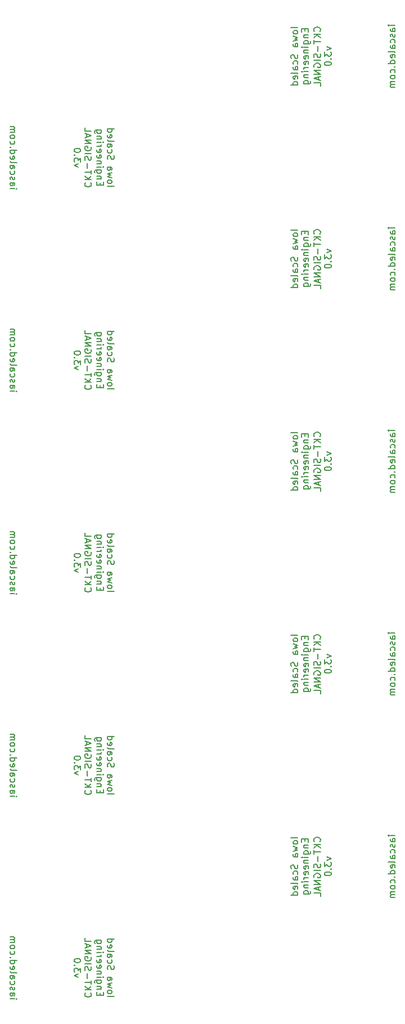
<source format=gbo>
G04 #@! TF.GenerationSoftware,KiCad,Pcbnew,6.0.2+dfsg-1*
G04 #@! TF.CreationDate,2024-06-30T21:45:31-06:00*
G04 #@! TF.ProjectId,ckt-signal-array,636b742d-7369-4676-9e61-6c2d61727261,rev?*
G04 #@! TF.SameCoordinates,Original*
G04 #@! TF.FileFunction,Legend,Bot*
G04 #@! TF.FilePolarity,Positive*
%FSLAX46Y46*%
G04 Gerber Fmt 4.6, Leading zero omitted, Abs format (unit mm)*
G04 Created by KiCad (PCBNEW 6.0.2+dfsg-1) date 2024-06-30 21:45:31*
%MOMM*%
%LPD*%
G01*
G04 APERTURE LIST*
%ADD10C,0.150000*%
G04 APERTURE END LIST*
D10*
X130850357Y-83451904D02*
X130802738Y-83499523D01*
X130755119Y-83642380D01*
X130755119Y-83737619D01*
X130802738Y-83880476D01*
X130897976Y-83975714D01*
X130993214Y-84023333D01*
X131183690Y-84070952D01*
X131326547Y-84070952D01*
X131517023Y-84023333D01*
X131612261Y-83975714D01*
X131707500Y-83880476D01*
X131755119Y-83737619D01*
X131755119Y-83642380D01*
X131707500Y-83499523D01*
X131659880Y-83451904D01*
X130755119Y-83023333D02*
X131755119Y-83023333D01*
X130755119Y-82451904D02*
X131326547Y-82880476D01*
X131755119Y-82451904D02*
X131183690Y-83023333D01*
X131755119Y-82166190D02*
X131755119Y-81594761D01*
X130755119Y-81880476D02*
X131755119Y-81880476D01*
X131136071Y-81261428D02*
X131136071Y-80499523D01*
X130802738Y-80070952D02*
X130755119Y-79928095D01*
X130755119Y-79690000D01*
X130802738Y-79594761D01*
X130850357Y-79547142D01*
X130945595Y-79499523D01*
X131040833Y-79499523D01*
X131136071Y-79547142D01*
X131183690Y-79594761D01*
X131231309Y-79690000D01*
X131278928Y-79880476D01*
X131326547Y-79975714D01*
X131374166Y-80023333D01*
X131469404Y-80070952D01*
X131564642Y-80070952D01*
X131659880Y-80023333D01*
X131707500Y-79975714D01*
X131755119Y-79880476D01*
X131755119Y-79642380D01*
X131707500Y-79499523D01*
X130755119Y-79070952D02*
X131755119Y-79070952D01*
X131707500Y-78070952D02*
X131755119Y-78166190D01*
X131755119Y-78309047D01*
X131707500Y-78451904D01*
X131612261Y-78547142D01*
X131517023Y-78594761D01*
X131326547Y-78642380D01*
X131183690Y-78642380D01*
X130993214Y-78594761D01*
X130897976Y-78547142D01*
X130802738Y-78451904D01*
X130755119Y-78309047D01*
X130755119Y-78213809D01*
X130802738Y-78070952D01*
X130850357Y-78023333D01*
X131183690Y-78023333D01*
X131183690Y-78213809D01*
X130755119Y-77594761D02*
X131755119Y-77594761D01*
X130755119Y-77023333D01*
X131755119Y-77023333D01*
X131040833Y-76594761D02*
X131040833Y-76118571D01*
X130755119Y-76690000D02*
X131755119Y-76356666D01*
X130755119Y-76023333D01*
X130755119Y-75213809D02*
X130755119Y-75690000D01*
X131755119Y-75690000D01*
X129811785Y-81118571D02*
X129145119Y-80880476D01*
X129811785Y-80642380D01*
X130145119Y-80356666D02*
X130145119Y-79737619D01*
X129764166Y-80070952D01*
X129764166Y-79928095D01*
X129716547Y-79832857D01*
X129668928Y-79785238D01*
X129573690Y-79737619D01*
X129335595Y-79737619D01*
X129240357Y-79785238D01*
X129192738Y-79832857D01*
X129145119Y-79928095D01*
X129145119Y-80213809D01*
X129192738Y-80309047D01*
X129240357Y-80356666D01*
X129240357Y-79309047D02*
X129192738Y-79261428D01*
X129145119Y-79309047D01*
X129192738Y-79356666D01*
X129240357Y-79309047D01*
X129145119Y-79309047D01*
X130145119Y-78642380D02*
X130145119Y-78547142D01*
X130097500Y-78451904D01*
X130049880Y-78404285D01*
X129954642Y-78356666D01*
X129764166Y-78309047D01*
X129526071Y-78309047D01*
X129335595Y-78356666D01*
X129240357Y-78404285D01*
X129192738Y-78451904D01*
X129145119Y-78547142D01*
X129145119Y-78642380D01*
X129192738Y-78737619D01*
X129240357Y-78785238D01*
X129335595Y-78832857D01*
X129526071Y-78880476D01*
X129764166Y-78880476D01*
X129954642Y-78832857D01*
X130049880Y-78785238D01*
X130097500Y-78737619D01*
X130145119Y-78642380D01*
X166149642Y-60688095D02*
X166197261Y-60640476D01*
X166244880Y-60497619D01*
X166244880Y-60402380D01*
X166197261Y-60259523D01*
X166102023Y-60164285D01*
X166006785Y-60116666D01*
X165816309Y-60069047D01*
X165673452Y-60069047D01*
X165482976Y-60116666D01*
X165387738Y-60164285D01*
X165292500Y-60259523D01*
X165244880Y-60402380D01*
X165244880Y-60497619D01*
X165292500Y-60640476D01*
X165340119Y-60688095D01*
X166244880Y-61116666D02*
X165244880Y-61116666D01*
X166244880Y-61688095D02*
X165673452Y-61259523D01*
X165244880Y-61688095D02*
X165816309Y-61116666D01*
X165244880Y-61973809D02*
X165244880Y-62545238D01*
X166244880Y-62259523D02*
X165244880Y-62259523D01*
X165863928Y-62878571D02*
X165863928Y-63640476D01*
X166197261Y-64069047D02*
X166244880Y-64211904D01*
X166244880Y-64450000D01*
X166197261Y-64545238D01*
X166149642Y-64592857D01*
X166054404Y-64640476D01*
X165959166Y-64640476D01*
X165863928Y-64592857D01*
X165816309Y-64545238D01*
X165768690Y-64450000D01*
X165721071Y-64259523D01*
X165673452Y-64164285D01*
X165625833Y-64116666D01*
X165530595Y-64069047D01*
X165435357Y-64069047D01*
X165340119Y-64116666D01*
X165292500Y-64164285D01*
X165244880Y-64259523D01*
X165244880Y-64497619D01*
X165292500Y-64640476D01*
X166244880Y-65069047D02*
X165244880Y-65069047D01*
X165292500Y-66069047D02*
X165244880Y-65973809D01*
X165244880Y-65830952D01*
X165292500Y-65688095D01*
X165387738Y-65592857D01*
X165482976Y-65545238D01*
X165673452Y-65497619D01*
X165816309Y-65497619D01*
X166006785Y-65545238D01*
X166102023Y-65592857D01*
X166197261Y-65688095D01*
X166244880Y-65830952D01*
X166244880Y-65926190D01*
X166197261Y-66069047D01*
X166149642Y-66116666D01*
X165816309Y-66116666D01*
X165816309Y-65926190D01*
X166244880Y-66545238D02*
X165244880Y-66545238D01*
X166244880Y-67116666D01*
X165244880Y-67116666D01*
X165959166Y-67545238D02*
X165959166Y-68021428D01*
X166244880Y-67450000D02*
X165244880Y-67783333D01*
X166244880Y-68116666D01*
X166244880Y-68926190D02*
X166244880Y-68450000D01*
X165244880Y-68450000D01*
X167188214Y-63021428D02*
X167854880Y-63259523D01*
X167188214Y-63497619D01*
X166854880Y-63783333D02*
X166854880Y-64402380D01*
X167235833Y-64069047D01*
X167235833Y-64211904D01*
X167283452Y-64307142D01*
X167331071Y-64354761D01*
X167426309Y-64402380D01*
X167664404Y-64402380D01*
X167759642Y-64354761D01*
X167807261Y-64307142D01*
X167854880Y-64211904D01*
X167854880Y-63926190D01*
X167807261Y-63830952D01*
X167759642Y-63783333D01*
X167759642Y-64830952D02*
X167807261Y-64878571D01*
X167854880Y-64830952D01*
X167807261Y-64783333D01*
X167759642Y-64830952D01*
X167854880Y-64830952D01*
X166854880Y-65497619D02*
X166854880Y-65592857D01*
X166902500Y-65688095D01*
X166950119Y-65735714D01*
X167045357Y-65783333D01*
X167235833Y-65830952D01*
X167473928Y-65830952D01*
X167664404Y-65783333D01*
X167759642Y-65735714D01*
X167807261Y-65688095D01*
X167854880Y-65592857D01*
X167854880Y-65497619D01*
X167807261Y-65402380D01*
X167759642Y-65354761D01*
X167664404Y-65307142D01*
X167473928Y-65259523D01*
X167235833Y-65259523D01*
X167045357Y-65307142D01*
X166950119Y-65354761D01*
X166902500Y-65402380D01*
X166854880Y-65497619D01*
X130850357Y-52971904D02*
X130802738Y-53019523D01*
X130755119Y-53162380D01*
X130755119Y-53257619D01*
X130802738Y-53400476D01*
X130897976Y-53495714D01*
X130993214Y-53543333D01*
X131183690Y-53590952D01*
X131326547Y-53590952D01*
X131517023Y-53543333D01*
X131612261Y-53495714D01*
X131707500Y-53400476D01*
X131755119Y-53257619D01*
X131755119Y-53162380D01*
X131707500Y-53019523D01*
X131659880Y-52971904D01*
X130755119Y-52543333D02*
X131755119Y-52543333D01*
X130755119Y-51971904D02*
X131326547Y-52400476D01*
X131755119Y-51971904D02*
X131183690Y-52543333D01*
X131755119Y-51686190D02*
X131755119Y-51114761D01*
X130755119Y-51400476D02*
X131755119Y-51400476D01*
X131136071Y-50781428D02*
X131136071Y-50019523D01*
X130802738Y-49590952D02*
X130755119Y-49448095D01*
X130755119Y-49210000D01*
X130802738Y-49114761D01*
X130850357Y-49067142D01*
X130945595Y-49019523D01*
X131040833Y-49019523D01*
X131136071Y-49067142D01*
X131183690Y-49114761D01*
X131231309Y-49210000D01*
X131278928Y-49400476D01*
X131326547Y-49495714D01*
X131374166Y-49543333D01*
X131469404Y-49590952D01*
X131564642Y-49590952D01*
X131659880Y-49543333D01*
X131707500Y-49495714D01*
X131755119Y-49400476D01*
X131755119Y-49162380D01*
X131707500Y-49019523D01*
X130755119Y-48590952D02*
X131755119Y-48590952D01*
X131707500Y-47590952D02*
X131755119Y-47686190D01*
X131755119Y-47829047D01*
X131707500Y-47971904D01*
X131612261Y-48067142D01*
X131517023Y-48114761D01*
X131326547Y-48162380D01*
X131183690Y-48162380D01*
X130993214Y-48114761D01*
X130897976Y-48067142D01*
X130802738Y-47971904D01*
X130755119Y-47829047D01*
X130755119Y-47733809D01*
X130802738Y-47590952D01*
X130850357Y-47543333D01*
X131183690Y-47543333D01*
X131183690Y-47733809D01*
X130755119Y-47114761D02*
X131755119Y-47114761D01*
X130755119Y-46543333D01*
X131755119Y-46543333D01*
X131040833Y-46114761D02*
X131040833Y-45638571D01*
X130755119Y-46210000D02*
X131755119Y-45876666D01*
X130755119Y-45543333D01*
X130755119Y-44733809D02*
X130755119Y-45210000D01*
X131755119Y-45210000D01*
X129811785Y-50638571D02*
X129145119Y-50400476D01*
X129811785Y-50162380D01*
X130145119Y-49876666D02*
X130145119Y-49257619D01*
X129764166Y-49590952D01*
X129764166Y-49448095D01*
X129716547Y-49352857D01*
X129668928Y-49305238D01*
X129573690Y-49257619D01*
X129335595Y-49257619D01*
X129240357Y-49305238D01*
X129192738Y-49352857D01*
X129145119Y-49448095D01*
X129145119Y-49733809D01*
X129192738Y-49829047D01*
X129240357Y-49876666D01*
X129240357Y-48829047D02*
X129192738Y-48781428D01*
X129145119Y-48829047D01*
X129192738Y-48876666D01*
X129240357Y-48829047D01*
X129145119Y-48829047D01*
X130145119Y-48162380D02*
X130145119Y-48067142D01*
X130097500Y-47971904D01*
X130049880Y-47924285D01*
X129954642Y-47876666D01*
X129764166Y-47829047D01*
X129526071Y-47829047D01*
X129335595Y-47876666D01*
X129240357Y-47924285D01*
X129192738Y-47971904D01*
X129145119Y-48067142D01*
X129145119Y-48162380D01*
X129192738Y-48257619D01*
X129240357Y-48305238D01*
X129335595Y-48352857D01*
X129526071Y-48400476D01*
X129764166Y-48400476D01*
X129954642Y-48352857D01*
X130049880Y-48305238D01*
X130097500Y-48257619D01*
X130145119Y-48162380D01*
X166149642Y-30208095D02*
X166197261Y-30160476D01*
X166244880Y-30017619D01*
X166244880Y-29922380D01*
X166197261Y-29779523D01*
X166102023Y-29684285D01*
X166006785Y-29636666D01*
X165816309Y-29589047D01*
X165673452Y-29589047D01*
X165482976Y-29636666D01*
X165387738Y-29684285D01*
X165292500Y-29779523D01*
X165244880Y-29922380D01*
X165244880Y-30017619D01*
X165292500Y-30160476D01*
X165340119Y-30208095D01*
X166244880Y-30636666D02*
X165244880Y-30636666D01*
X166244880Y-31208095D02*
X165673452Y-30779523D01*
X165244880Y-31208095D02*
X165816309Y-30636666D01*
X165244880Y-31493809D02*
X165244880Y-32065238D01*
X166244880Y-31779523D02*
X165244880Y-31779523D01*
X165863928Y-32398571D02*
X165863928Y-33160476D01*
X166197261Y-33589047D02*
X166244880Y-33731904D01*
X166244880Y-33970000D01*
X166197261Y-34065238D01*
X166149642Y-34112857D01*
X166054404Y-34160476D01*
X165959166Y-34160476D01*
X165863928Y-34112857D01*
X165816309Y-34065238D01*
X165768690Y-33970000D01*
X165721071Y-33779523D01*
X165673452Y-33684285D01*
X165625833Y-33636666D01*
X165530595Y-33589047D01*
X165435357Y-33589047D01*
X165340119Y-33636666D01*
X165292500Y-33684285D01*
X165244880Y-33779523D01*
X165244880Y-34017619D01*
X165292500Y-34160476D01*
X166244880Y-34589047D02*
X165244880Y-34589047D01*
X165292500Y-35589047D02*
X165244880Y-35493809D01*
X165244880Y-35350952D01*
X165292500Y-35208095D01*
X165387738Y-35112857D01*
X165482976Y-35065238D01*
X165673452Y-35017619D01*
X165816309Y-35017619D01*
X166006785Y-35065238D01*
X166102023Y-35112857D01*
X166197261Y-35208095D01*
X166244880Y-35350952D01*
X166244880Y-35446190D01*
X166197261Y-35589047D01*
X166149642Y-35636666D01*
X165816309Y-35636666D01*
X165816309Y-35446190D01*
X166244880Y-36065238D02*
X165244880Y-36065238D01*
X166244880Y-36636666D01*
X165244880Y-36636666D01*
X165959166Y-37065238D02*
X165959166Y-37541428D01*
X166244880Y-36970000D02*
X165244880Y-37303333D01*
X166244880Y-37636666D01*
X166244880Y-38446190D02*
X166244880Y-37970000D01*
X165244880Y-37970000D01*
X167188214Y-32541428D02*
X167854880Y-32779523D01*
X167188214Y-33017619D01*
X166854880Y-33303333D02*
X166854880Y-33922380D01*
X167235833Y-33589047D01*
X167235833Y-33731904D01*
X167283452Y-33827142D01*
X167331071Y-33874761D01*
X167426309Y-33922380D01*
X167664404Y-33922380D01*
X167759642Y-33874761D01*
X167807261Y-33827142D01*
X167854880Y-33731904D01*
X167854880Y-33446190D01*
X167807261Y-33350952D01*
X167759642Y-33303333D01*
X167759642Y-34350952D02*
X167807261Y-34398571D01*
X167854880Y-34350952D01*
X167807261Y-34303333D01*
X167759642Y-34350952D01*
X167854880Y-34350952D01*
X166854880Y-35017619D02*
X166854880Y-35112857D01*
X166902500Y-35208095D01*
X166950119Y-35255714D01*
X167045357Y-35303333D01*
X167235833Y-35350952D01*
X167473928Y-35350952D01*
X167664404Y-35303333D01*
X167759642Y-35255714D01*
X167807261Y-35208095D01*
X167854880Y-35112857D01*
X167854880Y-35017619D01*
X167807261Y-34922380D01*
X167759642Y-34874761D01*
X167664404Y-34827142D01*
X167473928Y-34779523D01*
X167235833Y-34779523D01*
X167045357Y-34827142D01*
X166950119Y-34874761D01*
X166902500Y-34922380D01*
X166854880Y-35017619D01*
X166149642Y-91168095D02*
X166197261Y-91120476D01*
X166244880Y-90977619D01*
X166244880Y-90882380D01*
X166197261Y-90739523D01*
X166102023Y-90644285D01*
X166006785Y-90596666D01*
X165816309Y-90549047D01*
X165673452Y-90549047D01*
X165482976Y-90596666D01*
X165387738Y-90644285D01*
X165292500Y-90739523D01*
X165244880Y-90882380D01*
X165244880Y-90977619D01*
X165292500Y-91120476D01*
X165340119Y-91168095D01*
X166244880Y-91596666D02*
X165244880Y-91596666D01*
X166244880Y-92168095D02*
X165673452Y-91739523D01*
X165244880Y-92168095D02*
X165816309Y-91596666D01*
X165244880Y-92453809D02*
X165244880Y-93025238D01*
X166244880Y-92739523D02*
X165244880Y-92739523D01*
X165863928Y-93358571D02*
X165863928Y-94120476D01*
X166197261Y-94549047D02*
X166244880Y-94691904D01*
X166244880Y-94930000D01*
X166197261Y-95025238D01*
X166149642Y-95072857D01*
X166054404Y-95120476D01*
X165959166Y-95120476D01*
X165863928Y-95072857D01*
X165816309Y-95025238D01*
X165768690Y-94930000D01*
X165721071Y-94739523D01*
X165673452Y-94644285D01*
X165625833Y-94596666D01*
X165530595Y-94549047D01*
X165435357Y-94549047D01*
X165340119Y-94596666D01*
X165292500Y-94644285D01*
X165244880Y-94739523D01*
X165244880Y-94977619D01*
X165292500Y-95120476D01*
X166244880Y-95549047D02*
X165244880Y-95549047D01*
X165292500Y-96549047D02*
X165244880Y-96453809D01*
X165244880Y-96310952D01*
X165292500Y-96168095D01*
X165387738Y-96072857D01*
X165482976Y-96025238D01*
X165673452Y-95977619D01*
X165816309Y-95977619D01*
X166006785Y-96025238D01*
X166102023Y-96072857D01*
X166197261Y-96168095D01*
X166244880Y-96310952D01*
X166244880Y-96406190D01*
X166197261Y-96549047D01*
X166149642Y-96596666D01*
X165816309Y-96596666D01*
X165816309Y-96406190D01*
X166244880Y-97025238D02*
X165244880Y-97025238D01*
X166244880Y-97596666D01*
X165244880Y-97596666D01*
X165959166Y-98025238D02*
X165959166Y-98501428D01*
X166244880Y-97930000D02*
X165244880Y-98263333D01*
X166244880Y-98596666D01*
X166244880Y-99406190D02*
X166244880Y-98930000D01*
X165244880Y-98930000D01*
X167188214Y-93501428D02*
X167854880Y-93739523D01*
X167188214Y-93977619D01*
X166854880Y-94263333D02*
X166854880Y-94882380D01*
X167235833Y-94549047D01*
X167235833Y-94691904D01*
X167283452Y-94787142D01*
X167331071Y-94834761D01*
X167426309Y-94882380D01*
X167664404Y-94882380D01*
X167759642Y-94834761D01*
X167807261Y-94787142D01*
X167854880Y-94691904D01*
X167854880Y-94406190D01*
X167807261Y-94310952D01*
X167759642Y-94263333D01*
X167759642Y-95310952D02*
X167807261Y-95358571D01*
X167854880Y-95310952D01*
X167807261Y-95263333D01*
X167759642Y-95310952D01*
X167854880Y-95310952D01*
X166854880Y-95977619D02*
X166854880Y-96072857D01*
X166902500Y-96168095D01*
X166950119Y-96215714D01*
X167045357Y-96263333D01*
X167235833Y-96310952D01*
X167473928Y-96310952D01*
X167664404Y-96263333D01*
X167759642Y-96215714D01*
X167807261Y-96168095D01*
X167854880Y-96072857D01*
X167854880Y-95977619D01*
X167807261Y-95882380D01*
X167759642Y-95834761D01*
X167664404Y-95787142D01*
X167473928Y-95739523D01*
X167235833Y-95739523D01*
X167045357Y-95787142D01*
X166950119Y-95834761D01*
X166902500Y-95882380D01*
X166854880Y-95977619D01*
X130850357Y-113931904D02*
X130802738Y-113979523D01*
X130755119Y-114122380D01*
X130755119Y-114217619D01*
X130802738Y-114360476D01*
X130897976Y-114455714D01*
X130993214Y-114503333D01*
X131183690Y-114550952D01*
X131326547Y-114550952D01*
X131517023Y-114503333D01*
X131612261Y-114455714D01*
X131707500Y-114360476D01*
X131755119Y-114217619D01*
X131755119Y-114122380D01*
X131707500Y-113979523D01*
X131659880Y-113931904D01*
X130755119Y-113503333D02*
X131755119Y-113503333D01*
X130755119Y-112931904D02*
X131326547Y-113360476D01*
X131755119Y-112931904D02*
X131183690Y-113503333D01*
X131755119Y-112646190D02*
X131755119Y-112074761D01*
X130755119Y-112360476D02*
X131755119Y-112360476D01*
X131136071Y-111741428D02*
X131136071Y-110979523D01*
X130802738Y-110550952D02*
X130755119Y-110408095D01*
X130755119Y-110170000D01*
X130802738Y-110074761D01*
X130850357Y-110027142D01*
X130945595Y-109979523D01*
X131040833Y-109979523D01*
X131136071Y-110027142D01*
X131183690Y-110074761D01*
X131231309Y-110170000D01*
X131278928Y-110360476D01*
X131326547Y-110455714D01*
X131374166Y-110503333D01*
X131469404Y-110550952D01*
X131564642Y-110550952D01*
X131659880Y-110503333D01*
X131707500Y-110455714D01*
X131755119Y-110360476D01*
X131755119Y-110122380D01*
X131707500Y-109979523D01*
X130755119Y-109550952D02*
X131755119Y-109550952D01*
X131707500Y-108550952D02*
X131755119Y-108646190D01*
X131755119Y-108789047D01*
X131707500Y-108931904D01*
X131612261Y-109027142D01*
X131517023Y-109074761D01*
X131326547Y-109122380D01*
X131183690Y-109122380D01*
X130993214Y-109074761D01*
X130897976Y-109027142D01*
X130802738Y-108931904D01*
X130755119Y-108789047D01*
X130755119Y-108693809D01*
X130802738Y-108550952D01*
X130850357Y-108503333D01*
X131183690Y-108503333D01*
X131183690Y-108693809D01*
X130755119Y-108074761D02*
X131755119Y-108074761D01*
X130755119Y-107503333D01*
X131755119Y-107503333D01*
X131040833Y-107074761D02*
X131040833Y-106598571D01*
X130755119Y-107170000D02*
X131755119Y-106836666D01*
X130755119Y-106503333D01*
X130755119Y-105693809D02*
X130755119Y-106170000D01*
X131755119Y-106170000D01*
X129811785Y-111598571D02*
X129145119Y-111360476D01*
X129811785Y-111122380D01*
X130145119Y-110836666D02*
X130145119Y-110217619D01*
X129764166Y-110550952D01*
X129764166Y-110408095D01*
X129716547Y-110312857D01*
X129668928Y-110265238D01*
X129573690Y-110217619D01*
X129335595Y-110217619D01*
X129240357Y-110265238D01*
X129192738Y-110312857D01*
X129145119Y-110408095D01*
X129145119Y-110693809D01*
X129192738Y-110789047D01*
X129240357Y-110836666D01*
X129240357Y-109789047D02*
X129192738Y-109741428D01*
X129145119Y-109789047D01*
X129192738Y-109836666D01*
X129240357Y-109789047D01*
X129145119Y-109789047D01*
X130145119Y-109122380D02*
X130145119Y-109027142D01*
X130097500Y-108931904D01*
X130049880Y-108884285D01*
X129954642Y-108836666D01*
X129764166Y-108789047D01*
X129526071Y-108789047D01*
X129335595Y-108836666D01*
X129240357Y-108884285D01*
X129192738Y-108931904D01*
X129145119Y-109027142D01*
X129145119Y-109122380D01*
X129192738Y-109217619D01*
X129240357Y-109265238D01*
X129335595Y-109312857D01*
X129526071Y-109360476D01*
X129764166Y-109360476D01*
X129954642Y-109312857D01*
X130049880Y-109265238D01*
X130097500Y-109217619D01*
X130145119Y-109122380D01*
X166149642Y-121648095D02*
X166197261Y-121600476D01*
X166244880Y-121457619D01*
X166244880Y-121362380D01*
X166197261Y-121219523D01*
X166102023Y-121124285D01*
X166006785Y-121076666D01*
X165816309Y-121029047D01*
X165673452Y-121029047D01*
X165482976Y-121076666D01*
X165387738Y-121124285D01*
X165292500Y-121219523D01*
X165244880Y-121362380D01*
X165244880Y-121457619D01*
X165292500Y-121600476D01*
X165340119Y-121648095D01*
X166244880Y-122076666D02*
X165244880Y-122076666D01*
X166244880Y-122648095D02*
X165673452Y-122219523D01*
X165244880Y-122648095D02*
X165816309Y-122076666D01*
X165244880Y-122933809D02*
X165244880Y-123505238D01*
X166244880Y-123219523D02*
X165244880Y-123219523D01*
X165863928Y-123838571D02*
X165863928Y-124600476D01*
X166197261Y-125029047D02*
X166244880Y-125171904D01*
X166244880Y-125410000D01*
X166197261Y-125505238D01*
X166149642Y-125552857D01*
X166054404Y-125600476D01*
X165959166Y-125600476D01*
X165863928Y-125552857D01*
X165816309Y-125505238D01*
X165768690Y-125410000D01*
X165721071Y-125219523D01*
X165673452Y-125124285D01*
X165625833Y-125076666D01*
X165530595Y-125029047D01*
X165435357Y-125029047D01*
X165340119Y-125076666D01*
X165292500Y-125124285D01*
X165244880Y-125219523D01*
X165244880Y-125457619D01*
X165292500Y-125600476D01*
X166244880Y-126029047D02*
X165244880Y-126029047D01*
X165292500Y-127029047D02*
X165244880Y-126933809D01*
X165244880Y-126790952D01*
X165292500Y-126648095D01*
X165387738Y-126552857D01*
X165482976Y-126505238D01*
X165673452Y-126457619D01*
X165816309Y-126457619D01*
X166006785Y-126505238D01*
X166102023Y-126552857D01*
X166197261Y-126648095D01*
X166244880Y-126790952D01*
X166244880Y-126886190D01*
X166197261Y-127029047D01*
X166149642Y-127076666D01*
X165816309Y-127076666D01*
X165816309Y-126886190D01*
X166244880Y-127505238D02*
X165244880Y-127505238D01*
X166244880Y-128076666D01*
X165244880Y-128076666D01*
X165959166Y-128505238D02*
X165959166Y-128981428D01*
X166244880Y-128410000D02*
X165244880Y-128743333D01*
X166244880Y-129076666D01*
X166244880Y-129886190D02*
X166244880Y-129410000D01*
X165244880Y-129410000D01*
X167188214Y-123981428D02*
X167854880Y-124219523D01*
X167188214Y-124457619D01*
X166854880Y-124743333D02*
X166854880Y-125362380D01*
X167235833Y-125029047D01*
X167235833Y-125171904D01*
X167283452Y-125267142D01*
X167331071Y-125314761D01*
X167426309Y-125362380D01*
X167664404Y-125362380D01*
X167759642Y-125314761D01*
X167807261Y-125267142D01*
X167854880Y-125171904D01*
X167854880Y-124886190D01*
X167807261Y-124790952D01*
X167759642Y-124743333D01*
X167759642Y-125790952D02*
X167807261Y-125838571D01*
X167854880Y-125790952D01*
X167807261Y-125743333D01*
X167759642Y-125790952D01*
X167854880Y-125790952D01*
X166854880Y-126457619D02*
X166854880Y-126552857D01*
X166902500Y-126648095D01*
X166950119Y-126695714D01*
X167045357Y-126743333D01*
X167235833Y-126790952D01*
X167473928Y-126790952D01*
X167664404Y-126743333D01*
X167759642Y-126695714D01*
X167807261Y-126648095D01*
X167854880Y-126552857D01*
X167854880Y-126457619D01*
X167807261Y-126362380D01*
X167759642Y-126314761D01*
X167664404Y-126267142D01*
X167473928Y-126219523D01*
X167235833Y-126219523D01*
X167045357Y-126267142D01*
X166950119Y-126314761D01*
X166902500Y-126362380D01*
X166854880Y-126457619D01*
X130850357Y-144411904D02*
X130802738Y-144459523D01*
X130755119Y-144602380D01*
X130755119Y-144697619D01*
X130802738Y-144840476D01*
X130897976Y-144935714D01*
X130993214Y-144983333D01*
X131183690Y-145030952D01*
X131326547Y-145030952D01*
X131517023Y-144983333D01*
X131612261Y-144935714D01*
X131707500Y-144840476D01*
X131755119Y-144697619D01*
X131755119Y-144602380D01*
X131707500Y-144459523D01*
X131659880Y-144411904D01*
X130755119Y-143983333D02*
X131755119Y-143983333D01*
X130755119Y-143411904D02*
X131326547Y-143840476D01*
X131755119Y-143411904D02*
X131183690Y-143983333D01*
X131755119Y-143126190D02*
X131755119Y-142554761D01*
X130755119Y-142840476D02*
X131755119Y-142840476D01*
X131136071Y-142221428D02*
X131136071Y-141459523D01*
X130802738Y-141030952D02*
X130755119Y-140888095D01*
X130755119Y-140650000D01*
X130802738Y-140554761D01*
X130850357Y-140507142D01*
X130945595Y-140459523D01*
X131040833Y-140459523D01*
X131136071Y-140507142D01*
X131183690Y-140554761D01*
X131231309Y-140650000D01*
X131278928Y-140840476D01*
X131326547Y-140935714D01*
X131374166Y-140983333D01*
X131469404Y-141030952D01*
X131564642Y-141030952D01*
X131659880Y-140983333D01*
X131707500Y-140935714D01*
X131755119Y-140840476D01*
X131755119Y-140602380D01*
X131707500Y-140459523D01*
X130755119Y-140030952D02*
X131755119Y-140030952D01*
X131707500Y-139030952D02*
X131755119Y-139126190D01*
X131755119Y-139269047D01*
X131707500Y-139411904D01*
X131612261Y-139507142D01*
X131517023Y-139554761D01*
X131326547Y-139602380D01*
X131183690Y-139602380D01*
X130993214Y-139554761D01*
X130897976Y-139507142D01*
X130802738Y-139411904D01*
X130755119Y-139269047D01*
X130755119Y-139173809D01*
X130802738Y-139030952D01*
X130850357Y-138983333D01*
X131183690Y-138983333D01*
X131183690Y-139173809D01*
X130755119Y-138554761D02*
X131755119Y-138554761D01*
X130755119Y-137983333D01*
X131755119Y-137983333D01*
X131040833Y-137554761D02*
X131040833Y-137078571D01*
X130755119Y-137650000D02*
X131755119Y-137316666D01*
X130755119Y-136983333D01*
X130755119Y-136173809D02*
X130755119Y-136650000D01*
X131755119Y-136650000D01*
X129811785Y-142078571D02*
X129145119Y-141840476D01*
X129811785Y-141602380D01*
X130145119Y-141316666D02*
X130145119Y-140697619D01*
X129764166Y-141030952D01*
X129764166Y-140888095D01*
X129716547Y-140792857D01*
X129668928Y-140745238D01*
X129573690Y-140697619D01*
X129335595Y-140697619D01*
X129240357Y-140745238D01*
X129192738Y-140792857D01*
X129145119Y-140888095D01*
X129145119Y-141173809D01*
X129192738Y-141269047D01*
X129240357Y-141316666D01*
X129240357Y-140269047D02*
X129192738Y-140221428D01*
X129145119Y-140269047D01*
X129192738Y-140316666D01*
X129240357Y-140269047D01*
X129145119Y-140269047D01*
X130145119Y-139602380D02*
X130145119Y-139507142D01*
X130097500Y-139411904D01*
X130049880Y-139364285D01*
X129954642Y-139316666D01*
X129764166Y-139269047D01*
X129526071Y-139269047D01*
X129335595Y-139316666D01*
X129240357Y-139364285D01*
X129192738Y-139411904D01*
X129145119Y-139507142D01*
X129145119Y-139602380D01*
X129192738Y-139697619D01*
X129240357Y-139745238D01*
X129335595Y-139792857D01*
X129526071Y-139840476D01*
X129764166Y-139840476D01*
X129954642Y-139792857D01*
X130049880Y-139745238D01*
X130097500Y-139697619D01*
X130145119Y-139602380D01*
X166149642Y-152128095D02*
X166197261Y-152080476D01*
X166244880Y-151937619D01*
X166244880Y-151842380D01*
X166197261Y-151699523D01*
X166102023Y-151604285D01*
X166006785Y-151556666D01*
X165816309Y-151509047D01*
X165673452Y-151509047D01*
X165482976Y-151556666D01*
X165387738Y-151604285D01*
X165292500Y-151699523D01*
X165244880Y-151842380D01*
X165244880Y-151937619D01*
X165292500Y-152080476D01*
X165340119Y-152128095D01*
X166244880Y-152556666D02*
X165244880Y-152556666D01*
X166244880Y-153128095D02*
X165673452Y-152699523D01*
X165244880Y-153128095D02*
X165816309Y-152556666D01*
X165244880Y-153413809D02*
X165244880Y-153985238D01*
X166244880Y-153699523D02*
X165244880Y-153699523D01*
X165863928Y-154318571D02*
X165863928Y-155080476D01*
X166197261Y-155509047D02*
X166244880Y-155651904D01*
X166244880Y-155890000D01*
X166197261Y-155985238D01*
X166149642Y-156032857D01*
X166054404Y-156080476D01*
X165959166Y-156080476D01*
X165863928Y-156032857D01*
X165816309Y-155985238D01*
X165768690Y-155890000D01*
X165721071Y-155699523D01*
X165673452Y-155604285D01*
X165625833Y-155556666D01*
X165530595Y-155509047D01*
X165435357Y-155509047D01*
X165340119Y-155556666D01*
X165292500Y-155604285D01*
X165244880Y-155699523D01*
X165244880Y-155937619D01*
X165292500Y-156080476D01*
X166244880Y-156509047D02*
X165244880Y-156509047D01*
X165292500Y-157509047D02*
X165244880Y-157413809D01*
X165244880Y-157270952D01*
X165292500Y-157128095D01*
X165387738Y-157032857D01*
X165482976Y-156985238D01*
X165673452Y-156937619D01*
X165816309Y-156937619D01*
X166006785Y-156985238D01*
X166102023Y-157032857D01*
X166197261Y-157128095D01*
X166244880Y-157270952D01*
X166244880Y-157366190D01*
X166197261Y-157509047D01*
X166149642Y-157556666D01*
X165816309Y-157556666D01*
X165816309Y-157366190D01*
X166244880Y-157985238D02*
X165244880Y-157985238D01*
X166244880Y-158556666D01*
X165244880Y-158556666D01*
X165959166Y-158985238D02*
X165959166Y-159461428D01*
X166244880Y-158890000D02*
X165244880Y-159223333D01*
X166244880Y-159556666D01*
X166244880Y-160366190D02*
X166244880Y-159890000D01*
X165244880Y-159890000D01*
X167188214Y-154461428D02*
X167854880Y-154699523D01*
X167188214Y-154937619D01*
X166854880Y-155223333D02*
X166854880Y-155842380D01*
X167235833Y-155509047D01*
X167235833Y-155651904D01*
X167283452Y-155747142D01*
X167331071Y-155794761D01*
X167426309Y-155842380D01*
X167664404Y-155842380D01*
X167759642Y-155794761D01*
X167807261Y-155747142D01*
X167854880Y-155651904D01*
X167854880Y-155366190D01*
X167807261Y-155270952D01*
X167759642Y-155223333D01*
X167759642Y-156270952D02*
X167807261Y-156318571D01*
X167854880Y-156270952D01*
X167807261Y-156223333D01*
X167759642Y-156270952D01*
X167854880Y-156270952D01*
X166854880Y-156937619D02*
X166854880Y-157032857D01*
X166902500Y-157128095D01*
X166950119Y-157175714D01*
X167045357Y-157223333D01*
X167235833Y-157270952D01*
X167473928Y-157270952D01*
X167664404Y-157223333D01*
X167759642Y-157175714D01*
X167807261Y-157128095D01*
X167854880Y-157032857D01*
X167854880Y-156937619D01*
X167807261Y-156842380D01*
X167759642Y-156794761D01*
X167664404Y-156747142D01*
X167473928Y-156699523D01*
X167235833Y-156699523D01*
X167045357Y-156747142D01*
X166950119Y-156794761D01*
X166902500Y-156842380D01*
X166854880Y-156937619D01*
X130850357Y-174891904D02*
X130802738Y-174939523D01*
X130755119Y-175082380D01*
X130755119Y-175177619D01*
X130802738Y-175320476D01*
X130897976Y-175415714D01*
X130993214Y-175463333D01*
X131183690Y-175510952D01*
X131326547Y-175510952D01*
X131517023Y-175463333D01*
X131612261Y-175415714D01*
X131707500Y-175320476D01*
X131755119Y-175177619D01*
X131755119Y-175082380D01*
X131707500Y-174939523D01*
X131659880Y-174891904D01*
X130755119Y-174463333D02*
X131755119Y-174463333D01*
X130755119Y-173891904D02*
X131326547Y-174320476D01*
X131755119Y-173891904D02*
X131183690Y-174463333D01*
X131755119Y-173606190D02*
X131755119Y-173034761D01*
X130755119Y-173320476D02*
X131755119Y-173320476D01*
X131136071Y-172701428D02*
X131136071Y-171939523D01*
X130802738Y-171510952D02*
X130755119Y-171368095D01*
X130755119Y-171130000D01*
X130802738Y-171034761D01*
X130850357Y-170987142D01*
X130945595Y-170939523D01*
X131040833Y-170939523D01*
X131136071Y-170987142D01*
X131183690Y-171034761D01*
X131231309Y-171130000D01*
X131278928Y-171320476D01*
X131326547Y-171415714D01*
X131374166Y-171463333D01*
X131469404Y-171510952D01*
X131564642Y-171510952D01*
X131659880Y-171463333D01*
X131707500Y-171415714D01*
X131755119Y-171320476D01*
X131755119Y-171082380D01*
X131707500Y-170939523D01*
X130755119Y-170510952D02*
X131755119Y-170510952D01*
X131707500Y-169510952D02*
X131755119Y-169606190D01*
X131755119Y-169749047D01*
X131707500Y-169891904D01*
X131612261Y-169987142D01*
X131517023Y-170034761D01*
X131326547Y-170082380D01*
X131183690Y-170082380D01*
X130993214Y-170034761D01*
X130897976Y-169987142D01*
X130802738Y-169891904D01*
X130755119Y-169749047D01*
X130755119Y-169653809D01*
X130802738Y-169510952D01*
X130850357Y-169463333D01*
X131183690Y-169463333D01*
X131183690Y-169653809D01*
X130755119Y-169034761D02*
X131755119Y-169034761D01*
X130755119Y-168463333D01*
X131755119Y-168463333D01*
X131040833Y-168034761D02*
X131040833Y-167558571D01*
X130755119Y-168130000D02*
X131755119Y-167796666D01*
X130755119Y-167463333D01*
X130755119Y-166653809D02*
X130755119Y-167130000D01*
X131755119Y-167130000D01*
X129811785Y-172558571D02*
X129145119Y-172320476D01*
X129811785Y-172082380D01*
X130145119Y-171796666D02*
X130145119Y-171177619D01*
X129764166Y-171510952D01*
X129764166Y-171368095D01*
X129716547Y-171272857D01*
X129668928Y-171225238D01*
X129573690Y-171177619D01*
X129335595Y-171177619D01*
X129240357Y-171225238D01*
X129192738Y-171272857D01*
X129145119Y-171368095D01*
X129145119Y-171653809D01*
X129192738Y-171749047D01*
X129240357Y-171796666D01*
X129240357Y-170749047D02*
X129192738Y-170701428D01*
X129145119Y-170749047D01*
X129192738Y-170796666D01*
X129240357Y-170749047D01*
X129145119Y-170749047D01*
X130145119Y-170082380D02*
X130145119Y-169987142D01*
X130097500Y-169891904D01*
X130049880Y-169844285D01*
X129954642Y-169796666D01*
X129764166Y-169749047D01*
X129526071Y-169749047D01*
X129335595Y-169796666D01*
X129240357Y-169844285D01*
X129192738Y-169891904D01*
X129145119Y-169987142D01*
X129145119Y-170082380D01*
X129192738Y-170177619D01*
X129240357Y-170225238D01*
X129335595Y-170272857D01*
X129526071Y-170320476D01*
X129764166Y-170320476D01*
X129954642Y-170272857D01*
X130049880Y-170225238D01*
X130097500Y-170177619D01*
X130145119Y-170082380D01*
X162815880Y-29660476D02*
X161815880Y-29660476D01*
X162815880Y-30279523D02*
X162768261Y-30184285D01*
X162720642Y-30136666D01*
X162625404Y-30089047D01*
X162339690Y-30089047D01*
X162244452Y-30136666D01*
X162196833Y-30184285D01*
X162149214Y-30279523D01*
X162149214Y-30422380D01*
X162196833Y-30517619D01*
X162244452Y-30565238D01*
X162339690Y-30612857D01*
X162625404Y-30612857D01*
X162720642Y-30565238D01*
X162768261Y-30517619D01*
X162815880Y-30422380D01*
X162815880Y-30279523D01*
X162149214Y-30946190D02*
X162815880Y-31136666D01*
X162339690Y-31327142D01*
X162815880Y-31517619D01*
X162149214Y-31708095D01*
X162815880Y-32517619D02*
X162292071Y-32517619D01*
X162196833Y-32470000D01*
X162149214Y-32374761D01*
X162149214Y-32184285D01*
X162196833Y-32089047D01*
X162768261Y-32517619D02*
X162815880Y-32422380D01*
X162815880Y-32184285D01*
X162768261Y-32089047D01*
X162673023Y-32041428D01*
X162577785Y-32041428D01*
X162482547Y-32089047D01*
X162434928Y-32184285D01*
X162434928Y-32422380D01*
X162387309Y-32517619D01*
X162768261Y-33708095D02*
X162815880Y-33850952D01*
X162815880Y-34089047D01*
X162768261Y-34184285D01*
X162720642Y-34231904D01*
X162625404Y-34279523D01*
X162530166Y-34279523D01*
X162434928Y-34231904D01*
X162387309Y-34184285D01*
X162339690Y-34089047D01*
X162292071Y-33898571D01*
X162244452Y-33803333D01*
X162196833Y-33755714D01*
X162101595Y-33708095D01*
X162006357Y-33708095D01*
X161911119Y-33755714D01*
X161863500Y-33803333D01*
X161815880Y-33898571D01*
X161815880Y-34136666D01*
X161863500Y-34279523D01*
X162768261Y-35136666D02*
X162815880Y-35041428D01*
X162815880Y-34850952D01*
X162768261Y-34755714D01*
X162720642Y-34708095D01*
X162625404Y-34660476D01*
X162339690Y-34660476D01*
X162244452Y-34708095D01*
X162196833Y-34755714D01*
X162149214Y-34850952D01*
X162149214Y-35041428D01*
X162196833Y-35136666D01*
X162815880Y-35993809D02*
X162292071Y-35993809D01*
X162196833Y-35946190D01*
X162149214Y-35850952D01*
X162149214Y-35660476D01*
X162196833Y-35565238D01*
X162768261Y-35993809D02*
X162815880Y-35898571D01*
X162815880Y-35660476D01*
X162768261Y-35565238D01*
X162673023Y-35517619D01*
X162577785Y-35517619D01*
X162482547Y-35565238D01*
X162434928Y-35660476D01*
X162434928Y-35898571D01*
X162387309Y-35993809D01*
X162815880Y-36612857D02*
X162768261Y-36517619D01*
X162673023Y-36470000D01*
X161815880Y-36470000D01*
X162768261Y-37374761D02*
X162815880Y-37279523D01*
X162815880Y-37089047D01*
X162768261Y-36993809D01*
X162673023Y-36946190D01*
X162292071Y-36946190D01*
X162196833Y-36993809D01*
X162149214Y-37089047D01*
X162149214Y-37279523D01*
X162196833Y-37374761D01*
X162292071Y-37422380D01*
X162387309Y-37422380D01*
X162482547Y-36946190D01*
X162815880Y-38279523D02*
X161815880Y-38279523D01*
X162768261Y-38279523D02*
X162815880Y-38184285D01*
X162815880Y-37993809D01*
X162768261Y-37898571D01*
X162720642Y-37850952D01*
X162625404Y-37803333D01*
X162339690Y-37803333D01*
X162244452Y-37850952D01*
X162196833Y-37898571D01*
X162149214Y-37993809D01*
X162149214Y-38184285D01*
X162196833Y-38279523D01*
X163902071Y-29850952D02*
X163902071Y-30184285D01*
X164425880Y-30327142D02*
X164425880Y-29850952D01*
X163425880Y-29850952D01*
X163425880Y-30327142D01*
X163759214Y-30755714D02*
X164425880Y-30755714D01*
X163854452Y-30755714D02*
X163806833Y-30803333D01*
X163759214Y-30898571D01*
X163759214Y-31041428D01*
X163806833Y-31136666D01*
X163902071Y-31184285D01*
X164425880Y-31184285D01*
X163759214Y-32089047D02*
X164568738Y-32089047D01*
X164663976Y-32041428D01*
X164711595Y-31993809D01*
X164759214Y-31898571D01*
X164759214Y-31755714D01*
X164711595Y-31660476D01*
X164378261Y-32089047D02*
X164425880Y-31993809D01*
X164425880Y-31803333D01*
X164378261Y-31708095D01*
X164330642Y-31660476D01*
X164235404Y-31612857D01*
X163949690Y-31612857D01*
X163854452Y-31660476D01*
X163806833Y-31708095D01*
X163759214Y-31803333D01*
X163759214Y-31993809D01*
X163806833Y-32089047D01*
X164425880Y-32565238D02*
X163759214Y-32565238D01*
X163425880Y-32565238D02*
X163473500Y-32517619D01*
X163521119Y-32565238D01*
X163473500Y-32612857D01*
X163425880Y-32565238D01*
X163521119Y-32565238D01*
X163759214Y-33041428D02*
X164425880Y-33041428D01*
X163854452Y-33041428D02*
X163806833Y-33089047D01*
X163759214Y-33184285D01*
X163759214Y-33327142D01*
X163806833Y-33422380D01*
X163902071Y-33470000D01*
X164425880Y-33470000D01*
X164378261Y-34327142D02*
X164425880Y-34231904D01*
X164425880Y-34041428D01*
X164378261Y-33946190D01*
X164283023Y-33898571D01*
X163902071Y-33898571D01*
X163806833Y-33946190D01*
X163759214Y-34041428D01*
X163759214Y-34231904D01*
X163806833Y-34327142D01*
X163902071Y-34374761D01*
X163997309Y-34374761D01*
X164092547Y-33898571D01*
X164378261Y-35184285D02*
X164425880Y-35089047D01*
X164425880Y-34898571D01*
X164378261Y-34803333D01*
X164283023Y-34755714D01*
X163902071Y-34755714D01*
X163806833Y-34803333D01*
X163759214Y-34898571D01*
X163759214Y-35089047D01*
X163806833Y-35184285D01*
X163902071Y-35231904D01*
X163997309Y-35231904D01*
X164092547Y-34755714D01*
X164425880Y-35660476D02*
X163759214Y-35660476D01*
X163949690Y-35660476D02*
X163854452Y-35708095D01*
X163806833Y-35755714D01*
X163759214Y-35850952D01*
X163759214Y-35946190D01*
X164425880Y-36279523D02*
X163759214Y-36279523D01*
X163425880Y-36279523D02*
X163473500Y-36231904D01*
X163521119Y-36279523D01*
X163473500Y-36327142D01*
X163425880Y-36279523D01*
X163521119Y-36279523D01*
X163759214Y-36755714D02*
X164425880Y-36755714D01*
X163854452Y-36755714D02*
X163806833Y-36803333D01*
X163759214Y-36898571D01*
X163759214Y-37041428D01*
X163806833Y-37136666D01*
X163902071Y-37184285D01*
X164425880Y-37184285D01*
X163759214Y-38089047D02*
X164568738Y-38089047D01*
X164663976Y-38041428D01*
X164711595Y-37993809D01*
X164759214Y-37898571D01*
X164759214Y-37755714D01*
X164711595Y-37660476D01*
X164378261Y-38089047D02*
X164425880Y-37993809D01*
X164425880Y-37803333D01*
X164378261Y-37708095D01*
X164330642Y-37660476D01*
X164235404Y-37612857D01*
X163949690Y-37612857D01*
X163854452Y-37660476D01*
X163806833Y-37708095D01*
X163759214Y-37803333D01*
X163759214Y-37993809D01*
X163806833Y-38089047D01*
X134184119Y-53519523D02*
X135184119Y-53519523D01*
X134184119Y-52900476D02*
X134231738Y-52995714D01*
X134279357Y-53043333D01*
X134374595Y-53090952D01*
X134660309Y-53090952D01*
X134755547Y-53043333D01*
X134803166Y-52995714D01*
X134850785Y-52900476D01*
X134850785Y-52757619D01*
X134803166Y-52662380D01*
X134755547Y-52614761D01*
X134660309Y-52567142D01*
X134374595Y-52567142D01*
X134279357Y-52614761D01*
X134231738Y-52662380D01*
X134184119Y-52757619D01*
X134184119Y-52900476D01*
X134850785Y-52233809D02*
X134184119Y-52043333D01*
X134660309Y-51852857D01*
X134184119Y-51662380D01*
X134850785Y-51471904D01*
X134184119Y-50662380D02*
X134707928Y-50662380D01*
X134803166Y-50710000D01*
X134850785Y-50805238D01*
X134850785Y-50995714D01*
X134803166Y-51090952D01*
X134231738Y-50662380D02*
X134184119Y-50757619D01*
X134184119Y-50995714D01*
X134231738Y-51090952D01*
X134326976Y-51138571D01*
X134422214Y-51138571D01*
X134517452Y-51090952D01*
X134565071Y-50995714D01*
X134565071Y-50757619D01*
X134612690Y-50662380D01*
X134231738Y-49471904D02*
X134184119Y-49329047D01*
X134184119Y-49090952D01*
X134231738Y-48995714D01*
X134279357Y-48948095D01*
X134374595Y-48900476D01*
X134469833Y-48900476D01*
X134565071Y-48948095D01*
X134612690Y-48995714D01*
X134660309Y-49090952D01*
X134707928Y-49281428D01*
X134755547Y-49376666D01*
X134803166Y-49424285D01*
X134898404Y-49471904D01*
X134993642Y-49471904D01*
X135088880Y-49424285D01*
X135136500Y-49376666D01*
X135184119Y-49281428D01*
X135184119Y-49043333D01*
X135136500Y-48900476D01*
X134231738Y-48043333D02*
X134184119Y-48138571D01*
X134184119Y-48329047D01*
X134231738Y-48424285D01*
X134279357Y-48471904D01*
X134374595Y-48519523D01*
X134660309Y-48519523D01*
X134755547Y-48471904D01*
X134803166Y-48424285D01*
X134850785Y-48329047D01*
X134850785Y-48138571D01*
X134803166Y-48043333D01*
X134184119Y-47186190D02*
X134707928Y-47186190D01*
X134803166Y-47233809D01*
X134850785Y-47329047D01*
X134850785Y-47519523D01*
X134803166Y-47614761D01*
X134231738Y-47186190D02*
X134184119Y-47281428D01*
X134184119Y-47519523D01*
X134231738Y-47614761D01*
X134326976Y-47662380D01*
X134422214Y-47662380D01*
X134517452Y-47614761D01*
X134565071Y-47519523D01*
X134565071Y-47281428D01*
X134612690Y-47186190D01*
X134184119Y-46567142D02*
X134231738Y-46662380D01*
X134326976Y-46710000D01*
X135184119Y-46710000D01*
X134231738Y-45805238D02*
X134184119Y-45900476D01*
X134184119Y-46090952D01*
X134231738Y-46186190D01*
X134326976Y-46233809D01*
X134707928Y-46233809D01*
X134803166Y-46186190D01*
X134850785Y-46090952D01*
X134850785Y-45900476D01*
X134803166Y-45805238D01*
X134707928Y-45757619D01*
X134612690Y-45757619D01*
X134517452Y-46233809D01*
X134184119Y-44900476D02*
X135184119Y-44900476D01*
X134231738Y-44900476D02*
X134184119Y-44995714D01*
X134184119Y-45186190D01*
X134231738Y-45281428D01*
X134279357Y-45329047D01*
X134374595Y-45376666D01*
X134660309Y-45376666D01*
X134755547Y-45329047D01*
X134803166Y-45281428D01*
X134850785Y-45186190D01*
X134850785Y-44995714D01*
X134803166Y-44900476D01*
X133097928Y-53329047D02*
X133097928Y-52995714D01*
X132574119Y-52852857D02*
X132574119Y-53329047D01*
X133574119Y-53329047D01*
X133574119Y-52852857D01*
X133240785Y-52424285D02*
X132574119Y-52424285D01*
X133145547Y-52424285D02*
X133193166Y-52376666D01*
X133240785Y-52281428D01*
X133240785Y-52138571D01*
X133193166Y-52043333D01*
X133097928Y-51995714D01*
X132574119Y-51995714D01*
X133240785Y-51090952D02*
X132431261Y-51090952D01*
X132336023Y-51138571D01*
X132288404Y-51186190D01*
X132240785Y-51281428D01*
X132240785Y-51424285D01*
X132288404Y-51519523D01*
X132621738Y-51090952D02*
X132574119Y-51186190D01*
X132574119Y-51376666D01*
X132621738Y-51471904D01*
X132669357Y-51519523D01*
X132764595Y-51567142D01*
X133050309Y-51567142D01*
X133145547Y-51519523D01*
X133193166Y-51471904D01*
X133240785Y-51376666D01*
X133240785Y-51186190D01*
X133193166Y-51090952D01*
X132574119Y-50614761D02*
X133240785Y-50614761D01*
X133574119Y-50614761D02*
X133526500Y-50662380D01*
X133478880Y-50614761D01*
X133526500Y-50567142D01*
X133574119Y-50614761D01*
X133478880Y-50614761D01*
X133240785Y-50138571D02*
X132574119Y-50138571D01*
X133145547Y-50138571D02*
X133193166Y-50090952D01*
X133240785Y-49995714D01*
X133240785Y-49852857D01*
X133193166Y-49757619D01*
X133097928Y-49710000D01*
X132574119Y-49710000D01*
X132621738Y-48852857D02*
X132574119Y-48948095D01*
X132574119Y-49138571D01*
X132621738Y-49233809D01*
X132716976Y-49281428D01*
X133097928Y-49281428D01*
X133193166Y-49233809D01*
X133240785Y-49138571D01*
X133240785Y-48948095D01*
X133193166Y-48852857D01*
X133097928Y-48805238D01*
X133002690Y-48805238D01*
X132907452Y-49281428D01*
X132621738Y-47995714D02*
X132574119Y-48090952D01*
X132574119Y-48281428D01*
X132621738Y-48376666D01*
X132716976Y-48424285D01*
X133097928Y-48424285D01*
X133193166Y-48376666D01*
X133240785Y-48281428D01*
X133240785Y-48090952D01*
X133193166Y-47995714D01*
X133097928Y-47948095D01*
X133002690Y-47948095D01*
X132907452Y-48424285D01*
X132574119Y-47519523D02*
X133240785Y-47519523D01*
X133050309Y-47519523D02*
X133145547Y-47471904D01*
X133193166Y-47424285D01*
X133240785Y-47329047D01*
X133240785Y-47233809D01*
X132574119Y-46900476D02*
X133240785Y-46900476D01*
X133574119Y-46900476D02*
X133526500Y-46948095D01*
X133478880Y-46900476D01*
X133526500Y-46852857D01*
X133574119Y-46900476D01*
X133478880Y-46900476D01*
X133240785Y-46424285D02*
X132574119Y-46424285D01*
X133145547Y-46424285D02*
X133193166Y-46376666D01*
X133240785Y-46281428D01*
X133240785Y-46138571D01*
X133193166Y-46043333D01*
X133097928Y-45995714D01*
X132574119Y-45995714D01*
X133240785Y-45090952D02*
X132431261Y-45090952D01*
X132336023Y-45138571D01*
X132288404Y-45186190D01*
X132240785Y-45281428D01*
X132240785Y-45424285D01*
X132288404Y-45519523D01*
X132621738Y-45090952D02*
X132574119Y-45186190D01*
X132574119Y-45376666D01*
X132621738Y-45471904D01*
X132669357Y-45519523D01*
X132764595Y-45567142D01*
X133050309Y-45567142D01*
X133145547Y-45519523D01*
X133193166Y-45471904D01*
X133240785Y-45376666D01*
X133240785Y-45186190D01*
X133193166Y-45090952D01*
X162815880Y-60140476D02*
X161815880Y-60140476D01*
X162815880Y-60759523D02*
X162768261Y-60664285D01*
X162720642Y-60616666D01*
X162625404Y-60569047D01*
X162339690Y-60569047D01*
X162244452Y-60616666D01*
X162196833Y-60664285D01*
X162149214Y-60759523D01*
X162149214Y-60902380D01*
X162196833Y-60997619D01*
X162244452Y-61045238D01*
X162339690Y-61092857D01*
X162625404Y-61092857D01*
X162720642Y-61045238D01*
X162768261Y-60997619D01*
X162815880Y-60902380D01*
X162815880Y-60759523D01*
X162149214Y-61426190D02*
X162815880Y-61616666D01*
X162339690Y-61807142D01*
X162815880Y-61997619D01*
X162149214Y-62188095D01*
X162815880Y-62997619D02*
X162292071Y-62997619D01*
X162196833Y-62950000D01*
X162149214Y-62854761D01*
X162149214Y-62664285D01*
X162196833Y-62569047D01*
X162768261Y-62997619D02*
X162815880Y-62902380D01*
X162815880Y-62664285D01*
X162768261Y-62569047D01*
X162673023Y-62521428D01*
X162577785Y-62521428D01*
X162482547Y-62569047D01*
X162434928Y-62664285D01*
X162434928Y-62902380D01*
X162387309Y-62997619D01*
X162768261Y-64188095D02*
X162815880Y-64330952D01*
X162815880Y-64569047D01*
X162768261Y-64664285D01*
X162720642Y-64711904D01*
X162625404Y-64759523D01*
X162530166Y-64759523D01*
X162434928Y-64711904D01*
X162387309Y-64664285D01*
X162339690Y-64569047D01*
X162292071Y-64378571D01*
X162244452Y-64283333D01*
X162196833Y-64235714D01*
X162101595Y-64188095D01*
X162006357Y-64188095D01*
X161911119Y-64235714D01*
X161863500Y-64283333D01*
X161815880Y-64378571D01*
X161815880Y-64616666D01*
X161863500Y-64759523D01*
X162768261Y-65616666D02*
X162815880Y-65521428D01*
X162815880Y-65330952D01*
X162768261Y-65235714D01*
X162720642Y-65188095D01*
X162625404Y-65140476D01*
X162339690Y-65140476D01*
X162244452Y-65188095D01*
X162196833Y-65235714D01*
X162149214Y-65330952D01*
X162149214Y-65521428D01*
X162196833Y-65616666D01*
X162815880Y-66473809D02*
X162292071Y-66473809D01*
X162196833Y-66426190D01*
X162149214Y-66330952D01*
X162149214Y-66140476D01*
X162196833Y-66045238D01*
X162768261Y-66473809D02*
X162815880Y-66378571D01*
X162815880Y-66140476D01*
X162768261Y-66045238D01*
X162673023Y-65997619D01*
X162577785Y-65997619D01*
X162482547Y-66045238D01*
X162434928Y-66140476D01*
X162434928Y-66378571D01*
X162387309Y-66473809D01*
X162815880Y-67092857D02*
X162768261Y-66997619D01*
X162673023Y-66950000D01*
X161815880Y-66950000D01*
X162768261Y-67854761D02*
X162815880Y-67759523D01*
X162815880Y-67569047D01*
X162768261Y-67473809D01*
X162673023Y-67426190D01*
X162292071Y-67426190D01*
X162196833Y-67473809D01*
X162149214Y-67569047D01*
X162149214Y-67759523D01*
X162196833Y-67854761D01*
X162292071Y-67902380D01*
X162387309Y-67902380D01*
X162482547Y-67426190D01*
X162815880Y-68759523D02*
X161815880Y-68759523D01*
X162768261Y-68759523D02*
X162815880Y-68664285D01*
X162815880Y-68473809D01*
X162768261Y-68378571D01*
X162720642Y-68330952D01*
X162625404Y-68283333D01*
X162339690Y-68283333D01*
X162244452Y-68330952D01*
X162196833Y-68378571D01*
X162149214Y-68473809D01*
X162149214Y-68664285D01*
X162196833Y-68759523D01*
X163902071Y-60330952D02*
X163902071Y-60664285D01*
X164425880Y-60807142D02*
X164425880Y-60330952D01*
X163425880Y-60330952D01*
X163425880Y-60807142D01*
X163759214Y-61235714D02*
X164425880Y-61235714D01*
X163854452Y-61235714D02*
X163806833Y-61283333D01*
X163759214Y-61378571D01*
X163759214Y-61521428D01*
X163806833Y-61616666D01*
X163902071Y-61664285D01*
X164425880Y-61664285D01*
X163759214Y-62569047D02*
X164568738Y-62569047D01*
X164663976Y-62521428D01*
X164711595Y-62473809D01*
X164759214Y-62378571D01*
X164759214Y-62235714D01*
X164711595Y-62140476D01*
X164378261Y-62569047D02*
X164425880Y-62473809D01*
X164425880Y-62283333D01*
X164378261Y-62188095D01*
X164330642Y-62140476D01*
X164235404Y-62092857D01*
X163949690Y-62092857D01*
X163854452Y-62140476D01*
X163806833Y-62188095D01*
X163759214Y-62283333D01*
X163759214Y-62473809D01*
X163806833Y-62569047D01*
X164425880Y-63045238D02*
X163759214Y-63045238D01*
X163425880Y-63045238D02*
X163473500Y-62997619D01*
X163521119Y-63045238D01*
X163473500Y-63092857D01*
X163425880Y-63045238D01*
X163521119Y-63045238D01*
X163759214Y-63521428D02*
X164425880Y-63521428D01*
X163854452Y-63521428D02*
X163806833Y-63569047D01*
X163759214Y-63664285D01*
X163759214Y-63807142D01*
X163806833Y-63902380D01*
X163902071Y-63950000D01*
X164425880Y-63950000D01*
X164378261Y-64807142D02*
X164425880Y-64711904D01*
X164425880Y-64521428D01*
X164378261Y-64426190D01*
X164283023Y-64378571D01*
X163902071Y-64378571D01*
X163806833Y-64426190D01*
X163759214Y-64521428D01*
X163759214Y-64711904D01*
X163806833Y-64807142D01*
X163902071Y-64854761D01*
X163997309Y-64854761D01*
X164092547Y-64378571D01*
X164378261Y-65664285D02*
X164425880Y-65569047D01*
X164425880Y-65378571D01*
X164378261Y-65283333D01*
X164283023Y-65235714D01*
X163902071Y-65235714D01*
X163806833Y-65283333D01*
X163759214Y-65378571D01*
X163759214Y-65569047D01*
X163806833Y-65664285D01*
X163902071Y-65711904D01*
X163997309Y-65711904D01*
X164092547Y-65235714D01*
X164425880Y-66140476D02*
X163759214Y-66140476D01*
X163949690Y-66140476D02*
X163854452Y-66188095D01*
X163806833Y-66235714D01*
X163759214Y-66330952D01*
X163759214Y-66426190D01*
X164425880Y-66759523D02*
X163759214Y-66759523D01*
X163425880Y-66759523D02*
X163473500Y-66711904D01*
X163521119Y-66759523D01*
X163473500Y-66807142D01*
X163425880Y-66759523D01*
X163521119Y-66759523D01*
X163759214Y-67235714D02*
X164425880Y-67235714D01*
X163854452Y-67235714D02*
X163806833Y-67283333D01*
X163759214Y-67378571D01*
X163759214Y-67521428D01*
X163806833Y-67616666D01*
X163902071Y-67664285D01*
X164425880Y-67664285D01*
X163759214Y-68569047D02*
X164568738Y-68569047D01*
X164663976Y-68521428D01*
X164711595Y-68473809D01*
X164759214Y-68378571D01*
X164759214Y-68235714D01*
X164711595Y-68140476D01*
X164378261Y-68569047D02*
X164425880Y-68473809D01*
X164425880Y-68283333D01*
X164378261Y-68188095D01*
X164330642Y-68140476D01*
X164235404Y-68092857D01*
X163949690Y-68092857D01*
X163854452Y-68140476D01*
X163806833Y-68188095D01*
X163759214Y-68283333D01*
X163759214Y-68473809D01*
X163806833Y-68569047D01*
X134184119Y-83999523D02*
X135184119Y-83999523D01*
X134184119Y-83380476D02*
X134231738Y-83475714D01*
X134279357Y-83523333D01*
X134374595Y-83570952D01*
X134660309Y-83570952D01*
X134755547Y-83523333D01*
X134803166Y-83475714D01*
X134850785Y-83380476D01*
X134850785Y-83237619D01*
X134803166Y-83142380D01*
X134755547Y-83094761D01*
X134660309Y-83047142D01*
X134374595Y-83047142D01*
X134279357Y-83094761D01*
X134231738Y-83142380D01*
X134184119Y-83237619D01*
X134184119Y-83380476D01*
X134850785Y-82713809D02*
X134184119Y-82523333D01*
X134660309Y-82332857D01*
X134184119Y-82142380D01*
X134850785Y-81951904D01*
X134184119Y-81142380D02*
X134707928Y-81142380D01*
X134803166Y-81190000D01*
X134850785Y-81285238D01*
X134850785Y-81475714D01*
X134803166Y-81570952D01*
X134231738Y-81142380D02*
X134184119Y-81237619D01*
X134184119Y-81475714D01*
X134231738Y-81570952D01*
X134326976Y-81618571D01*
X134422214Y-81618571D01*
X134517452Y-81570952D01*
X134565071Y-81475714D01*
X134565071Y-81237619D01*
X134612690Y-81142380D01*
X134231738Y-79951904D02*
X134184119Y-79809047D01*
X134184119Y-79570952D01*
X134231738Y-79475714D01*
X134279357Y-79428095D01*
X134374595Y-79380476D01*
X134469833Y-79380476D01*
X134565071Y-79428095D01*
X134612690Y-79475714D01*
X134660309Y-79570952D01*
X134707928Y-79761428D01*
X134755547Y-79856666D01*
X134803166Y-79904285D01*
X134898404Y-79951904D01*
X134993642Y-79951904D01*
X135088880Y-79904285D01*
X135136500Y-79856666D01*
X135184119Y-79761428D01*
X135184119Y-79523333D01*
X135136500Y-79380476D01*
X134231738Y-78523333D02*
X134184119Y-78618571D01*
X134184119Y-78809047D01*
X134231738Y-78904285D01*
X134279357Y-78951904D01*
X134374595Y-78999523D01*
X134660309Y-78999523D01*
X134755547Y-78951904D01*
X134803166Y-78904285D01*
X134850785Y-78809047D01*
X134850785Y-78618571D01*
X134803166Y-78523333D01*
X134184119Y-77666190D02*
X134707928Y-77666190D01*
X134803166Y-77713809D01*
X134850785Y-77809047D01*
X134850785Y-77999523D01*
X134803166Y-78094761D01*
X134231738Y-77666190D02*
X134184119Y-77761428D01*
X134184119Y-77999523D01*
X134231738Y-78094761D01*
X134326976Y-78142380D01*
X134422214Y-78142380D01*
X134517452Y-78094761D01*
X134565071Y-77999523D01*
X134565071Y-77761428D01*
X134612690Y-77666190D01*
X134184119Y-77047142D02*
X134231738Y-77142380D01*
X134326976Y-77190000D01*
X135184119Y-77190000D01*
X134231738Y-76285238D02*
X134184119Y-76380476D01*
X134184119Y-76570952D01*
X134231738Y-76666190D01*
X134326976Y-76713809D01*
X134707928Y-76713809D01*
X134803166Y-76666190D01*
X134850785Y-76570952D01*
X134850785Y-76380476D01*
X134803166Y-76285238D01*
X134707928Y-76237619D01*
X134612690Y-76237619D01*
X134517452Y-76713809D01*
X134184119Y-75380476D02*
X135184119Y-75380476D01*
X134231738Y-75380476D02*
X134184119Y-75475714D01*
X134184119Y-75666190D01*
X134231738Y-75761428D01*
X134279357Y-75809047D01*
X134374595Y-75856666D01*
X134660309Y-75856666D01*
X134755547Y-75809047D01*
X134803166Y-75761428D01*
X134850785Y-75666190D01*
X134850785Y-75475714D01*
X134803166Y-75380476D01*
X133097928Y-83809047D02*
X133097928Y-83475714D01*
X132574119Y-83332857D02*
X132574119Y-83809047D01*
X133574119Y-83809047D01*
X133574119Y-83332857D01*
X133240785Y-82904285D02*
X132574119Y-82904285D01*
X133145547Y-82904285D02*
X133193166Y-82856666D01*
X133240785Y-82761428D01*
X133240785Y-82618571D01*
X133193166Y-82523333D01*
X133097928Y-82475714D01*
X132574119Y-82475714D01*
X133240785Y-81570952D02*
X132431261Y-81570952D01*
X132336023Y-81618571D01*
X132288404Y-81666190D01*
X132240785Y-81761428D01*
X132240785Y-81904285D01*
X132288404Y-81999523D01*
X132621738Y-81570952D02*
X132574119Y-81666190D01*
X132574119Y-81856666D01*
X132621738Y-81951904D01*
X132669357Y-81999523D01*
X132764595Y-82047142D01*
X133050309Y-82047142D01*
X133145547Y-81999523D01*
X133193166Y-81951904D01*
X133240785Y-81856666D01*
X133240785Y-81666190D01*
X133193166Y-81570952D01*
X132574119Y-81094761D02*
X133240785Y-81094761D01*
X133574119Y-81094761D02*
X133526500Y-81142380D01*
X133478880Y-81094761D01*
X133526500Y-81047142D01*
X133574119Y-81094761D01*
X133478880Y-81094761D01*
X133240785Y-80618571D02*
X132574119Y-80618571D01*
X133145547Y-80618571D02*
X133193166Y-80570952D01*
X133240785Y-80475714D01*
X133240785Y-80332857D01*
X133193166Y-80237619D01*
X133097928Y-80190000D01*
X132574119Y-80190000D01*
X132621738Y-79332857D02*
X132574119Y-79428095D01*
X132574119Y-79618571D01*
X132621738Y-79713809D01*
X132716976Y-79761428D01*
X133097928Y-79761428D01*
X133193166Y-79713809D01*
X133240785Y-79618571D01*
X133240785Y-79428095D01*
X133193166Y-79332857D01*
X133097928Y-79285238D01*
X133002690Y-79285238D01*
X132907452Y-79761428D01*
X132621738Y-78475714D02*
X132574119Y-78570952D01*
X132574119Y-78761428D01*
X132621738Y-78856666D01*
X132716976Y-78904285D01*
X133097928Y-78904285D01*
X133193166Y-78856666D01*
X133240785Y-78761428D01*
X133240785Y-78570952D01*
X133193166Y-78475714D01*
X133097928Y-78428095D01*
X133002690Y-78428095D01*
X132907452Y-78904285D01*
X132574119Y-77999523D02*
X133240785Y-77999523D01*
X133050309Y-77999523D02*
X133145547Y-77951904D01*
X133193166Y-77904285D01*
X133240785Y-77809047D01*
X133240785Y-77713809D01*
X132574119Y-77380476D02*
X133240785Y-77380476D01*
X133574119Y-77380476D02*
X133526500Y-77428095D01*
X133478880Y-77380476D01*
X133526500Y-77332857D01*
X133574119Y-77380476D01*
X133478880Y-77380476D01*
X133240785Y-76904285D02*
X132574119Y-76904285D01*
X133145547Y-76904285D02*
X133193166Y-76856666D01*
X133240785Y-76761428D01*
X133240785Y-76618571D01*
X133193166Y-76523333D01*
X133097928Y-76475714D01*
X132574119Y-76475714D01*
X133240785Y-75570952D02*
X132431261Y-75570952D01*
X132336023Y-75618571D01*
X132288404Y-75666190D01*
X132240785Y-75761428D01*
X132240785Y-75904285D01*
X132288404Y-75999523D01*
X132621738Y-75570952D02*
X132574119Y-75666190D01*
X132574119Y-75856666D01*
X132621738Y-75951904D01*
X132669357Y-75999523D01*
X132764595Y-76047142D01*
X133050309Y-76047142D01*
X133145547Y-75999523D01*
X133193166Y-75951904D01*
X133240785Y-75856666D01*
X133240785Y-75666190D01*
X133193166Y-75570952D01*
X162815880Y-90620476D02*
X161815880Y-90620476D01*
X162815880Y-91239523D02*
X162768261Y-91144285D01*
X162720642Y-91096666D01*
X162625404Y-91049047D01*
X162339690Y-91049047D01*
X162244452Y-91096666D01*
X162196833Y-91144285D01*
X162149214Y-91239523D01*
X162149214Y-91382380D01*
X162196833Y-91477619D01*
X162244452Y-91525238D01*
X162339690Y-91572857D01*
X162625404Y-91572857D01*
X162720642Y-91525238D01*
X162768261Y-91477619D01*
X162815880Y-91382380D01*
X162815880Y-91239523D01*
X162149214Y-91906190D02*
X162815880Y-92096666D01*
X162339690Y-92287142D01*
X162815880Y-92477619D01*
X162149214Y-92668095D01*
X162815880Y-93477619D02*
X162292071Y-93477619D01*
X162196833Y-93430000D01*
X162149214Y-93334761D01*
X162149214Y-93144285D01*
X162196833Y-93049047D01*
X162768261Y-93477619D02*
X162815880Y-93382380D01*
X162815880Y-93144285D01*
X162768261Y-93049047D01*
X162673023Y-93001428D01*
X162577785Y-93001428D01*
X162482547Y-93049047D01*
X162434928Y-93144285D01*
X162434928Y-93382380D01*
X162387309Y-93477619D01*
X162768261Y-94668095D02*
X162815880Y-94810952D01*
X162815880Y-95049047D01*
X162768261Y-95144285D01*
X162720642Y-95191904D01*
X162625404Y-95239523D01*
X162530166Y-95239523D01*
X162434928Y-95191904D01*
X162387309Y-95144285D01*
X162339690Y-95049047D01*
X162292071Y-94858571D01*
X162244452Y-94763333D01*
X162196833Y-94715714D01*
X162101595Y-94668095D01*
X162006357Y-94668095D01*
X161911119Y-94715714D01*
X161863500Y-94763333D01*
X161815880Y-94858571D01*
X161815880Y-95096666D01*
X161863500Y-95239523D01*
X162768261Y-96096666D02*
X162815880Y-96001428D01*
X162815880Y-95810952D01*
X162768261Y-95715714D01*
X162720642Y-95668095D01*
X162625404Y-95620476D01*
X162339690Y-95620476D01*
X162244452Y-95668095D01*
X162196833Y-95715714D01*
X162149214Y-95810952D01*
X162149214Y-96001428D01*
X162196833Y-96096666D01*
X162815880Y-96953809D02*
X162292071Y-96953809D01*
X162196833Y-96906190D01*
X162149214Y-96810952D01*
X162149214Y-96620476D01*
X162196833Y-96525238D01*
X162768261Y-96953809D02*
X162815880Y-96858571D01*
X162815880Y-96620476D01*
X162768261Y-96525238D01*
X162673023Y-96477619D01*
X162577785Y-96477619D01*
X162482547Y-96525238D01*
X162434928Y-96620476D01*
X162434928Y-96858571D01*
X162387309Y-96953809D01*
X162815880Y-97572857D02*
X162768261Y-97477619D01*
X162673023Y-97430000D01*
X161815880Y-97430000D01*
X162768261Y-98334761D02*
X162815880Y-98239523D01*
X162815880Y-98049047D01*
X162768261Y-97953809D01*
X162673023Y-97906190D01*
X162292071Y-97906190D01*
X162196833Y-97953809D01*
X162149214Y-98049047D01*
X162149214Y-98239523D01*
X162196833Y-98334761D01*
X162292071Y-98382380D01*
X162387309Y-98382380D01*
X162482547Y-97906190D01*
X162815880Y-99239523D02*
X161815880Y-99239523D01*
X162768261Y-99239523D02*
X162815880Y-99144285D01*
X162815880Y-98953809D01*
X162768261Y-98858571D01*
X162720642Y-98810952D01*
X162625404Y-98763333D01*
X162339690Y-98763333D01*
X162244452Y-98810952D01*
X162196833Y-98858571D01*
X162149214Y-98953809D01*
X162149214Y-99144285D01*
X162196833Y-99239523D01*
X163902071Y-90810952D02*
X163902071Y-91144285D01*
X164425880Y-91287142D02*
X164425880Y-90810952D01*
X163425880Y-90810952D01*
X163425880Y-91287142D01*
X163759214Y-91715714D02*
X164425880Y-91715714D01*
X163854452Y-91715714D02*
X163806833Y-91763333D01*
X163759214Y-91858571D01*
X163759214Y-92001428D01*
X163806833Y-92096666D01*
X163902071Y-92144285D01*
X164425880Y-92144285D01*
X163759214Y-93049047D02*
X164568738Y-93049047D01*
X164663976Y-93001428D01*
X164711595Y-92953809D01*
X164759214Y-92858571D01*
X164759214Y-92715714D01*
X164711595Y-92620476D01*
X164378261Y-93049047D02*
X164425880Y-92953809D01*
X164425880Y-92763333D01*
X164378261Y-92668095D01*
X164330642Y-92620476D01*
X164235404Y-92572857D01*
X163949690Y-92572857D01*
X163854452Y-92620476D01*
X163806833Y-92668095D01*
X163759214Y-92763333D01*
X163759214Y-92953809D01*
X163806833Y-93049047D01*
X164425880Y-93525238D02*
X163759214Y-93525238D01*
X163425880Y-93525238D02*
X163473500Y-93477619D01*
X163521119Y-93525238D01*
X163473500Y-93572857D01*
X163425880Y-93525238D01*
X163521119Y-93525238D01*
X163759214Y-94001428D02*
X164425880Y-94001428D01*
X163854452Y-94001428D02*
X163806833Y-94049047D01*
X163759214Y-94144285D01*
X163759214Y-94287142D01*
X163806833Y-94382380D01*
X163902071Y-94430000D01*
X164425880Y-94430000D01*
X164378261Y-95287142D02*
X164425880Y-95191904D01*
X164425880Y-95001428D01*
X164378261Y-94906190D01*
X164283023Y-94858571D01*
X163902071Y-94858571D01*
X163806833Y-94906190D01*
X163759214Y-95001428D01*
X163759214Y-95191904D01*
X163806833Y-95287142D01*
X163902071Y-95334761D01*
X163997309Y-95334761D01*
X164092547Y-94858571D01*
X164378261Y-96144285D02*
X164425880Y-96049047D01*
X164425880Y-95858571D01*
X164378261Y-95763333D01*
X164283023Y-95715714D01*
X163902071Y-95715714D01*
X163806833Y-95763333D01*
X163759214Y-95858571D01*
X163759214Y-96049047D01*
X163806833Y-96144285D01*
X163902071Y-96191904D01*
X163997309Y-96191904D01*
X164092547Y-95715714D01*
X164425880Y-96620476D02*
X163759214Y-96620476D01*
X163949690Y-96620476D02*
X163854452Y-96668095D01*
X163806833Y-96715714D01*
X163759214Y-96810952D01*
X163759214Y-96906190D01*
X164425880Y-97239523D02*
X163759214Y-97239523D01*
X163425880Y-97239523D02*
X163473500Y-97191904D01*
X163521119Y-97239523D01*
X163473500Y-97287142D01*
X163425880Y-97239523D01*
X163521119Y-97239523D01*
X163759214Y-97715714D02*
X164425880Y-97715714D01*
X163854452Y-97715714D02*
X163806833Y-97763333D01*
X163759214Y-97858571D01*
X163759214Y-98001428D01*
X163806833Y-98096666D01*
X163902071Y-98144285D01*
X164425880Y-98144285D01*
X163759214Y-99049047D02*
X164568738Y-99049047D01*
X164663976Y-99001428D01*
X164711595Y-98953809D01*
X164759214Y-98858571D01*
X164759214Y-98715714D01*
X164711595Y-98620476D01*
X164378261Y-99049047D02*
X164425880Y-98953809D01*
X164425880Y-98763333D01*
X164378261Y-98668095D01*
X164330642Y-98620476D01*
X164235404Y-98572857D01*
X163949690Y-98572857D01*
X163854452Y-98620476D01*
X163806833Y-98668095D01*
X163759214Y-98763333D01*
X163759214Y-98953809D01*
X163806833Y-99049047D01*
X134184119Y-114479523D02*
X135184119Y-114479523D01*
X134184119Y-113860476D02*
X134231738Y-113955714D01*
X134279357Y-114003333D01*
X134374595Y-114050952D01*
X134660309Y-114050952D01*
X134755547Y-114003333D01*
X134803166Y-113955714D01*
X134850785Y-113860476D01*
X134850785Y-113717619D01*
X134803166Y-113622380D01*
X134755547Y-113574761D01*
X134660309Y-113527142D01*
X134374595Y-113527142D01*
X134279357Y-113574761D01*
X134231738Y-113622380D01*
X134184119Y-113717619D01*
X134184119Y-113860476D01*
X134850785Y-113193809D02*
X134184119Y-113003333D01*
X134660309Y-112812857D01*
X134184119Y-112622380D01*
X134850785Y-112431904D01*
X134184119Y-111622380D02*
X134707928Y-111622380D01*
X134803166Y-111670000D01*
X134850785Y-111765238D01*
X134850785Y-111955714D01*
X134803166Y-112050952D01*
X134231738Y-111622380D02*
X134184119Y-111717619D01*
X134184119Y-111955714D01*
X134231738Y-112050952D01*
X134326976Y-112098571D01*
X134422214Y-112098571D01*
X134517452Y-112050952D01*
X134565071Y-111955714D01*
X134565071Y-111717619D01*
X134612690Y-111622380D01*
X134231738Y-110431904D02*
X134184119Y-110289047D01*
X134184119Y-110050952D01*
X134231738Y-109955714D01*
X134279357Y-109908095D01*
X134374595Y-109860476D01*
X134469833Y-109860476D01*
X134565071Y-109908095D01*
X134612690Y-109955714D01*
X134660309Y-110050952D01*
X134707928Y-110241428D01*
X134755547Y-110336666D01*
X134803166Y-110384285D01*
X134898404Y-110431904D01*
X134993642Y-110431904D01*
X135088880Y-110384285D01*
X135136500Y-110336666D01*
X135184119Y-110241428D01*
X135184119Y-110003333D01*
X135136500Y-109860476D01*
X134231738Y-109003333D02*
X134184119Y-109098571D01*
X134184119Y-109289047D01*
X134231738Y-109384285D01*
X134279357Y-109431904D01*
X134374595Y-109479523D01*
X134660309Y-109479523D01*
X134755547Y-109431904D01*
X134803166Y-109384285D01*
X134850785Y-109289047D01*
X134850785Y-109098571D01*
X134803166Y-109003333D01*
X134184119Y-108146190D02*
X134707928Y-108146190D01*
X134803166Y-108193809D01*
X134850785Y-108289047D01*
X134850785Y-108479523D01*
X134803166Y-108574761D01*
X134231738Y-108146190D02*
X134184119Y-108241428D01*
X134184119Y-108479523D01*
X134231738Y-108574761D01*
X134326976Y-108622380D01*
X134422214Y-108622380D01*
X134517452Y-108574761D01*
X134565071Y-108479523D01*
X134565071Y-108241428D01*
X134612690Y-108146190D01*
X134184119Y-107527142D02*
X134231738Y-107622380D01*
X134326976Y-107670000D01*
X135184119Y-107670000D01*
X134231738Y-106765238D02*
X134184119Y-106860476D01*
X134184119Y-107050952D01*
X134231738Y-107146190D01*
X134326976Y-107193809D01*
X134707928Y-107193809D01*
X134803166Y-107146190D01*
X134850785Y-107050952D01*
X134850785Y-106860476D01*
X134803166Y-106765238D01*
X134707928Y-106717619D01*
X134612690Y-106717619D01*
X134517452Y-107193809D01*
X134184119Y-105860476D02*
X135184119Y-105860476D01*
X134231738Y-105860476D02*
X134184119Y-105955714D01*
X134184119Y-106146190D01*
X134231738Y-106241428D01*
X134279357Y-106289047D01*
X134374595Y-106336666D01*
X134660309Y-106336666D01*
X134755547Y-106289047D01*
X134803166Y-106241428D01*
X134850785Y-106146190D01*
X134850785Y-105955714D01*
X134803166Y-105860476D01*
X133097928Y-114289047D02*
X133097928Y-113955714D01*
X132574119Y-113812857D02*
X132574119Y-114289047D01*
X133574119Y-114289047D01*
X133574119Y-113812857D01*
X133240785Y-113384285D02*
X132574119Y-113384285D01*
X133145547Y-113384285D02*
X133193166Y-113336666D01*
X133240785Y-113241428D01*
X133240785Y-113098571D01*
X133193166Y-113003333D01*
X133097928Y-112955714D01*
X132574119Y-112955714D01*
X133240785Y-112050952D02*
X132431261Y-112050952D01*
X132336023Y-112098571D01*
X132288404Y-112146190D01*
X132240785Y-112241428D01*
X132240785Y-112384285D01*
X132288404Y-112479523D01*
X132621738Y-112050952D02*
X132574119Y-112146190D01*
X132574119Y-112336666D01*
X132621738Y-112431904D01*
X132669357Y-112479523D01*
X132764595Y-112527142D01*
X133050309Y-112527142D01*
X133145547Y-112479523D01*
X133193166Y-112431904D01*
X133240785Y-112336666D01*
X133240785Y-112146190D01*
X133193166Y-112050952D01*
X132574119Y-111574761D02*
X133240785Y-111574761D01*
X133574119Y-111574761D02*
X133526500Y-111622380D01*
X133478880Y-111574761D01*
X133526500Y-111527142D01*
X133574119Y-111574761D01*
X133478880Y-111574761D01*
X133240785Y-111098571D02*
X132574119Y-111098571D01*
X133145547Y-111098571D02*
X133193166Y-111050952D01*
X133240785Y-110955714D01*
X133240785Y-110812857D01*
X133193166Y-110717619D01*
X133097928Y-110670000D01*
X132574119Y-110670000D01*
X132621738Y-109812857D02*
X132574119Y-109908095D01*
X132574119Y-110098571D01*
X132621738Y-110193809D01*
X132716976Y-110241428D01*
X133097928Y-110241428D01*
X133193166Y-110193809D01*
X133240785Y-110098571D01*
X133240785Y-109908095D01*
X133193166Y-109812857D01*
X133097928Y-109765238D01*
X133002690Y-109765238D01*
X132907452Y-110241428D01*
X132621738Y-108955714D02*
X132574119Y-109050952D01*
X132574119Y-109241428D01*
X132621738Y-109336666D01*
X132716976Y-109384285D01*
X133097928Y-109384285D01*
X133193166Y-109336666D01*
X133240785Y-109241428D01*
X133240785Y-109050952D01*
X133193166Y-108955714D01*
X133097928Y-108908095D01*
X133002690Y-108908095D01*
X132907452Y-109384285D01*
X132574119Y-108479523D02*
X133240785Y-108479523D01*
X133050309Y-108479523D02*
X133145547Y-108431904D01*
X133193166Y-108384285D01*
X133240785Y-108289047D01*
X133240785Y-108193809D01*
X132574119Y-107860476D02*
X133240785Y-107860476D01*
X133574119Y-107860476D02*
X133526500Y-107908095D01*
X133478880Y-107860476D01*
X133526500Y-107812857D01*
X133574119Y-107860476D01*
X133478880Y-107860476D01*
X133240785Y-107384285D02*
X132574119Y-107384285D01*
X133145547Y-107384285D02*
X133193166Y-107336666D01*
X133240785Y-107241428D01*
X133240785Y-107098571D01*
X133193166Y-107003333D01*
X133097928Y-106955714D01*
X132574119Y-106955714D01*
X133240785Y-106050952D02*
X132431261Y-106050952D01*
X132336023Y-106098571D01*
X132288404Y-106146190D01*
X132240785Y-106241428D01*
X132240785Y-106384285D01*
X132288404Y-106479523D01*
X132621738Y-106050952D02*
X132574119Y-106146190D01*
X132574119Y-106336666D01*
X132621738Y-106431904D01*
X132669357Y-106479523D01*
X132764595Y-106527142D01*
X133050309Y-106527142D01*
X133145547Y-106479523D01*
X133193166Y-106431904D01*
X133240785Y-106336666D01*
X133240785Y-106146190D01*
X133193166Y-106050952D01*
X162815880Y-121100476D02*
X161815880Y-121100476D01*
X162815880Y-121719523D02*
X162768261Y-121624285D01*
X162720642Y-121576666D01*
X162625404Y-121529047D01*
X162339690Y-121529047D01*
X162244452Y-121576666D01*
X162196833Y-121624285D01*
X162149214Y-121719523D01*
X162149214Y-121862380D01*
X162196833Y-121957619D01*
X162244452Y-122005238D01*
X162339690Y-122052857D01*
X162625404Y-122052857D01*
X162720642Y-122005238D01*
X162768261Y-121957619D01*
X162815880Y-121862380D01*
X162815880Y-121719523D01*
X162149214Y-122386190D02*
X162815880Y-122576666D01*
X162339690Y-122767142D01*
X162815880Y-122957619D01*
X162149214Y-123148095D01*
X162815880Y-123957619D02*
X162292071Y-123957619D01*
X162196833Y-123910000D01*
X162149214Y-123814761D01*
X162149214Y-123624285D01*
X162196833Y-123529047D01*
X162768261Y-123957619D02*
X162815880Y-123862380D01*
X162815880Y-123624285D01*
X162768261Y-123529047D01*
X162673023Y-123481428D01*
X162577785Y-123481428D01*
X162482547Y-123529047D01*
X162434928Y-123624285D01*
X162434928Y-123862380D01*
X162387309Y-123957619D01*
X162768261Y-125148095D02*
X162815880Y-125290952D01*
X162815880Y-125529047D01*
X162768261Y-125624285D01*
X162720642Y-125671904D01*
X162625404Y-125719523D01*
X162530166Y-125719523D01*
X162434928Y-125671904D01*
X162387309Y-125624285D01*
X162339690Y-125529047D01*
X162292071Y-125338571D01*
X162244452Y-125243333D01*
X162196833Y-125195714D01*
X162101595Y-125148095D01*
X162006357Y-125148095D01*
X161911119Y-125195714D01*
X161863500Y-125243333D01*
X161815880Y-125338571D01*
X161815880Y-125576666D01*
X161863500Y-125719523D01*
X162768261Y-126576666D02*
X162815880Y-126481428D01*
X162815880Y-126290952D01*
X162768261Y-126195714D01*
X162720642Y-126148095D01*
X162625404Y-126100476D01*
X162339690Y-126100476D01*
X162244452Y-126148095D01*
X162196833Y-126195714D01*
X162149214Y-126290952D01*
X162149214Y-126481428D01*
X162196833Y-126576666D01*
X162815880Y-127433809D02*
X162292071Y-127433809D01*
X162196833Y-127386190D01*
X162149214Y-127290952D01*
X162149214Y-127100476D01*
X162196833Y-127005238D01*
X162768261Y-127433809D02*
X162815880Y-127338571D01*
X162815880Y-127100476D01*
X162768261Y-127005238D01*
X162673023Y-126957619D01*
X162577785Y-126957619D01*
X162482547Y-127005238D01*
X162434928Y-127100476D01*
X162434928Y-127338571D01*
X162387309Y-127433809D01*
X162815880Y-128052857D02*
X162768261Y-127957619D01*
X162673023Y-127910000D01*
X161815880Y-127910000D01*
X162768261Y-128814761D02*
X162815880Y-128719523D01*
X162815880Y-128529047D01*
X162768261Y-128433809D01*
X162673023Y-128386190D01*
X162292071Y-128386190D01*
X162196833Y-128433809D01*
X162149214Y-128529047D01*
X162149214Y-128719523D01*
X162196833Y-128814761D01*
X162292071Y-128862380D01*
X162387309Y-128862380D01*
X162482547Y-128386190D01*
X162815880Y-129719523D02*
X161815880Y-129719523D01*
X162768261Y-129719523D02*
X162815880Y-129624285D01*
X162815880Y-129433809D01*
X162768261Y-129338571D01*
X162720642Y-129290952D01*
X162625404Y-129243333D01*
X162339690Y-129243333D01*
X162244452Y-129290952D01*
X162196833Y-129338571D01*
X162149214Y-129433809D01*
X162149214Y-129624285D01*
X162196833Y-129719523D01*
X163902071Y-121290952D02*
X163902071Y-121624285D01*
X164425880Y-121767142D02*
X164425880Y-121290952D01*
X163425880Y-121290952D01*
X163425880Y-121767142D01*
X163759214Y-122195714D02*
X164425880Y-122195714D01*
X163854452Y-122195714D02*
X163806833Y-122243333D01*
X163759214Y-122338571D01*
X163759214Y-122481428D01*
X163806833Y-122576666D01*
X163902071Y-122624285D01*
X164425880Y-122624285D01*
X163759214Y-123529047D02*
X164568738Y-123529047D01*
X164663976Y-123481428D01*
X164711595Y-123433809D01*
X164759214Y-123338571D01*
X164759214Y-123195714D01*
X164711595Y-123100476D01*
X164378261Y-123529047D02*
X164425880Y-123433809D01*
X164425880Y-123243333D01*
X164378261Y-123148095D01*
X164330642Y-123100476D01*
X164235404Y-123052857D01*
X163949690Y-123052857D01*
X163854452Y-123100476D01*
X163806833Y-123148095D01*
X163759214Y-123243333D01*
X163759214Y-123433809D01*
X163806833Y-123529047D01*
X164425880Y-124005238D02*
X163759214Y-124005238D01*
X163425880Y-124005238D02*
X163473500Y-123957619D01*
X163521119Y-124005238D01*
X163473500Y-124052857D01*
X163425880Y-124005238D01*
X163521119Y-124005238D01*
X163759214Y-124481428D02*
X164425880Y-124481428D01*
X163854452Y-124481428D02*
X163806833Y-124529047D01*
X163759214Y-124624285D01*
X163759214Y-124767142D01*
X163806833Y-124862380D01*
X163902071Y-124910000D01*
X164425880Y-124910000D01*
X164378261Y-125767142D02*
X164425880Y-125671904D01*
X164425880Y-125481428D01*
X164378261Y-125386190D01*
X164283023Y-125338571D01*
X163902071Y-125338571D01*
X163806833Y-125386190D01*
X163759214Y-125481428D01*
X163759214Y-125671904D01*
X163806833Y-125767142D01*
X163902071Y-125814761D01*
X163997309Y-125814761D01*
X164092547Y-125338571D01*
X164378261Y-126624285D02*
X164425880Y-126529047D01*
X164425880Y-126338571D01*
X164378261Y-126243333D01*
X164283023Y-126195714D01*
X163902071Y-126195714D01*
X163806833Y-126243333D01*
X163759214Y-126338571D01*
X163759214Y-126529047D01*
X163806833Y-126624285D01*
X163902071Y-126671904D01*
X163997309Y-126671904D01*
X164092547Y-126195714D01*
X164425880Y-127100476D02*
X163759214Y-127100476D01*
X163949690Y-127100476D02*
X163854452Y-127148095D01*
X163806833Y-127195714D01*
X163759214Y-127290952D01*
X163759214Y-127386190D01*
X164425880Y-127719523D02*
X163759214Y-127719523D01*
X163425880Y-127719523D02*
X163473500Y-127671904D01*
X163521119Y-127719523D01*
X163473500Y-127767142D01*
X163425880Y-127719523D01*
X163521119Y-127719523D01*
X163759214Y-128195714D02*
X164425880Y-128195714D01*
X163854452Y-128195714D02*
X163806833Y-128243333D01*
X163759214Y-128338571D01*
X163759214Y-128481428D01*
X163806833Y-128576666D01*
X163902071Y-128624285D01*
X164425880Y-128624285D01*
X163759214Y-129529047D02*
X164568738Y-129529047D01*
X164663976Y-129481428D01*
X164711595Y-129433809D01*
X164759214Y-129338571D01*
X164759214Y-129195714D01*
X164711595Y-129100476D01*
X164378261Y-129529047D02*
X164425880Y-129433809D01*
X164425880Y-129243333D01*
X164378261Y-129148095D01*
X164330642Y-129100476D01*
X164235404Y-129052857D01*
X163949690Y-129052857D01*
X163854452Y-129100476D01*
X163806833Y-129148095D01*
X163759214Y-129243333D01*
X163759214Y-129433809D01*
X163806833Y-129529047D01*
X134184119Y-144959523D02*
X135184119Y-144959523D01*
X134184119Y-144340476D02*
X134231738Y-144435714D01*
X134279357Y-144483333D01*
X134374595Y-144530952D01*
X134660309Y-144530952D01*
X134755547Y-144483333D01*
X134803166Y-144435714D01*
X134850785Y-144340476D01*
X134850785Y-144197619D01*
X134803166Y-144102380D01*
X134755547Y-144054761D01*
X134660309Y-144007142D01*
X134374595Y-144007142D01*
X134279357Y-144054761D01*
X134231738Y-144102380D01*
X134184119Y-144197619D01*
X134184119Y-144340476D01*
X134850785Y-143673809D02*
X134184119Y-143483333D01*
X134660309Y-143292857D01*
X134184119Y-143102380D01*
X134850785Y-142911904D01*
X134184119Y-142102380D02*
X134707928Y-142102380D01*
X134803166Y-142150000D01*
X134850785Y-142245238D01*
X134850785Y-142435714D01*
X134803166Y-142530952D01*
X134231738Y-142102380D02*
X134184119Y-142197619D01*
X134184119Y-142435714D01*
X134231738Y-142530952D01*
X134326976Y-142578571D01*
X134422214Y-142578571D01*
X134517452Y-142530952D01*
X134565071Y-142435714D01*
X134565071Y-142197619D01*
X134612690Y-142102380D01*
X134231738Y-140911904D02*
X134184119Y-140769047D01*
X134184119Y-140530952D01*
X134231738Y-140435714D01*
X134279357Y-140388095D01*
X134374595Y-140340476D01*
X134469833Y-140340476D01*
X134565071Y-140388095D01*
X134612690Y-140435714D01*
X134660309Y-140530952D01*
X134707928Y-140721428D01*
X134755547Y-140816666D01*
X134803166Y-140864285D01*
X134898404Y-140911904D01*
X134993642Y-140911904D01*
X135088880Y-140864285D01*
X135136500Y-140816666D01*
X135184119Y-140721428D01*
X135184119Y-140483333D01*
X135136500Y-140340476D01*
X134231738Y-139483333D02*
X134184119Y-139578571D01*
X134184119Y-139769047D01*
X134231738Y-139864285D01*
X134279357Y-139911904D01*
X134374595Y-139959523D01*
X134660309Y-139959523D01*
X134755547Y-139911904D01*
X134803166Y-139864285D01*
X134850785Y-139769047D01*
X134850785Y-139578571D01*
X134803166Y-139483333D01*
X134184119Y-138626190D02*
X134707928Y-138626190D01*
X134803166Y-138673809D01*
X134850785Y-138769047D01*
X134850785Y-138959523D01*
X134803166Y-139054761D01*
X134231738Y-138626190D02*
X134184119Y-138721428D01*
X134184119Y-138959523D01*
X134231738Y-139054761D01*
X134326976Y-139102380D01*
X134422214Y-139102380D01*
X134517452Y-139054761D01*
X134565071Y-138959523D01*
X134565071Y-138721428D01*
X134612690Y-138626190D01*
X134184119Y-138007142D02*
X134231738Y-138102380D01*
X134326976Y-138150000D01*
X135184119Y-138150000D01*
X134231738Y-137245238D02*
X134184119Y-137340476D01*
X134184119Y-137530952D01*
X134231738Y-137626190D01*
X134326976Y-137673809D01*
X134707928Y-137673809D01*
X134803166Y-137626190D01*
X134850785Y-137530952D01*
X134850785Y-137340476D01*
X134803166Y-137245238D01*
X134707928Y-137197619D01*
X134612690Y-137197619D01*
X134517452Y-137673809D01*
X134184119Y-136340476D02*
X135184119Y-136340476D01*
X134231738Y-136340476D02*
X134184119Y-136435714D01*
X134184119Y-136626190D01*
X134231738Y-136721428D01*
X134279357Y-136769047D01*
X134374595Y-136816666D01*
X134660309Y-136816666D01*
X134755547Y-136769047D01*
X134803166Y-136721428D01*
X134850785Y-136626190D01*
X134850785Y-136435714D01*
X134803166Y-136340476D01*
X133097928Y-144769047D02*
X133097928Y-144435714D01*
X132574119Y-144292857D02*
X132574119Y-144769047D01*
X133574119Y-144769047D01*
X133574119Y-144292857D01*
X133240785Y-143864285D02*
X132574119Y-143864285D01*
X133145547Y-143864285D02*
X133193166Y-143816666D01*
X133240785Y-143721428D01*
X133240785Y-143578571D01*
X133193166Y-143483333D01*
X133097928Y-143435714D01*
X132574119Y-143435714D01*
X133240785Y-142530952D02*
X132431261Y-142530952D01*
X132336023Y-142578571D01*
X132288404Y-142626190D01*
X132240785Y-142721428D01*
X132240785Y-142864285D01*
X132288404Y-142959523D01*
X132621738Y-142530952D02*
X132574119Y-142626190D01*
X132574119Y-142816666D01*
X132621738Y-142911904D01*
X132669357Y-142959523D01*
X132764595Y-143007142D01*
X133050309Y-143007142D01*
X133145547Y-142959523D01*
X133193166Y-142911904D01*
X133240785Y-142816666D01*
X133240785Y-142626190D01*
X133193166Y-142530952D01*
X132574119Y-142054761D02*
X133240785Y-142054761D01*
X133574119Y-142054761D02*
X133526500Y-142102380D01*
X133478880Y-142054761D01*
X133526500Y-142007142D01*
X133574119Y-142054761D01*
X133478880Y-142054761D01*
X133240785Y-141578571D02*
X132574119Y-141578571D01*
X133145547Y-141578571D02*
X133193166Y-141530952D01*
X133240785Y-141435714D01*
X133240785Y-141292857D01*
X133193166Y-141197619D01*
X133097928Y-141150000D01*
X132574119Y-141150000D01*
X132621738Y-140292857D02*
X132574119Y-140388095D01*
X132574119Y-140578571D01*
X132621738Y-140673809D01*
X132716976Y-140721428D01*
X133097928Y-140721428D01*
X133193166Y-140673809D01*
X133240785Y-140578571D01*
X133240785Y-140388095D01*
X133193166Y-140292857D01*
X133097928Y-140245238D01*
X133002690Y-140245238D01*
X132907452Y-140721428D01*
X132621738Y-139435714D02*
X132574119Y-139530952D01*
X132574119Y-139721428D01*
X132621738Y-139816666D01*
X132716976Y-139864285D01*
X133097928Y-139864285D01*
X133193166Y-139816666D01*
X133240785Y-139721428D01*
X133240785Y-139530952D01*
X133193166Y-139435714D01*
X133097928Y-139388095D01*
X133002690Y-139388095D01*
X132907452Y-139864285D01*
X132574119Y-138959523D02*
X133240785Y-138959523D01*
X133050309Y-138959523D02*
X133145547Y-138911904D01*
X133193166Y-138864285D01*
X133240785Y-138769047D01*
X133240785Y-138673809D01*
X132574119Y-138340476D02*
X133240785Y-138340476D01*
X133574119Y-138340476D02*
X133526500Y-138388095D01*
X133478880Y-138340476D01*
X133526500Y-138292857D01*
X133574119Y-138340476D01*
X133478880Y-138340476D01*
X133240785Y-137864285D02*
X132574119Y-137864285D01*
X133145547Y-137864285D02*
X133193166Y-137816666D01*
X133240785Y-137721428D01*
X133240785Y-137578571D01*
X133193166Y-137483333D01*
X133097928Y-137435714D01*
X132574119Y-137435714D01*
X133240785Y-136530952D02*
X132431261Y-136530952D01*
X132336023Y-136578571D01*
X132288404Y-136626190D01*
X132240785Y-136721428D01*
X132240785Y-136864285D01*
X132288404Y-136959523D01*
X132621738Y-136530952D02*
X132574119Y-136626190D01*
X132574119Y-136816666D01*
X132621738Y-136911904D01*
X132669357Y-136959523D01*
X132764595Y-137007142D01*
X133050309Y-137007142D01*
X133145547Y-136959523D01*
X133193166Y-136911904D01*
X133240785Y-136816666D01*
X133240785Y-136626190D01*
X133193166Y-136530952D01*
X162815880Y-151580476D02*
X161815880Y-151580476D01*
X162815880Y-152199523D02*
X162768261Y-152104285D01*
X162720642Y-152056666D01*
X162625404Y-152009047D01*
X162339690Y-152009047D01*
X162244452Y-152056666D01*
X162196833Y-152104285D01*
X162149214Y-152199523D01*
X162149214Y-152342380D01*
X162196833Y-152437619D01*
X162244452Y-152485238D01*
X162339690Y-152532857D01*
X162625404Y-152532857D01*
X162720642Y-152485238D01*
X162768261Y-152437619D01*
X162815880Y-152342380D01*
X162815880Y-152199523D01*
X162149214Y-152866190D02*
X162815880Y-153056666D01*
X162339690Y-153247142D01*
X162815880Y-153437619D01*
X162149214Y-153628095D01*
X162815880Y-154437619D02*
X162292071Y-154437619D01*
X162196833Y-154390000D01*
X162149214Y-154294761D01*
X162149214Y-154104285D01*
X162196833Y-154009047D01*
X162768261Y-154437619D02*
X162815880Y-154342380D01*
X162815880Y-154104285D01*
X162768261Y-154009047D01*
X162673023Y-153961428D01*
X162577785Y-153961428D01*
X162482547Y-154009047D01*
X162434928Y-154104285D01*
X162434928Y-154342380D01*
X162387309Y-154437619D01*
X162768261Y-155628095D02*
X162815880Y-155770952D01*
X162815880Y-156009047D01*
X162768261Y-156104285D01*
X162720642Y-156151904D01*
X162625404Y-156199523D01*
X162530166Y-156199523D01*
X162434928Y-156151904D01*
X162387309Y-156104285D01*
X162339690Y-156009047D01*
X162292071Y-155818571D01*
X162244452Y-155723333D01*
X162196833Y-155675714D01*
X162101595Y-155628095D01*
X162006357Y-155628095D01*
X161911119Y-155675714D01*
X161863500Y-155723333D01*
X161815880Y-155818571D01*
X161815880Y-156056666D01*
X161863500Y-156199523D01*
X162768261Y-157056666D02*
X162815880Y-156961428D01*
X162815880Y-156770952D01*
X162768261Y-156675714D01*
X162720642Y-156628095D01*
X162625404Y-156580476D01*
X162339690Y-156580476D01*
X162244452Y-156628095D01*
X162196833Y-156675714D01*
X162149214Y-156770952D01*
X162149214Y-156961428D01*
X162196833Y-157056666D01*
X162815880Y-157913809D02*
X162292071Y-157913809D01*
X162196833Y-157866190D01*
X162149214Y-157770952D01*
X162149214Y-157580476D01*
X162196833Y-157485238D01*
X162768261Y-157913809D02*
X162815880Y-157818571D01*
X162815880Y-157580476D01*
X162768261Y-157485238D01*
X162673023Y-157437619D01*
X162577785Y-157437619D01*
X162482547Y-157485238D01*
X162434928Y-157580476D01*
X162434928Y-157818571D01*
X162387309Y-157913809D01*
X162815880Y-158532857D02*
X162768261Y-158437619D01*
X162673023Y-158390000D01*
X161815880Y-158390000D01*
X162768261Y-159294761D02*
X162815880Y-159199523D01*
X162815880Y-159009047D01*
X162768261Y-158913809D01*
X162673023Y-158866190D01*
X162292071Y-158866190D01*
X162196833Y-158913809D01*
X162149214Y-159009047D01*
X162149214Y-159199523D01*
X162196833Y-159294761D01*
X162292071Y-159342380D01*
X162387309Y-159342380D01*
X162482547Y-158866190D01*
X162815880Y-160199523D02*
X161815880Y-160199523D01*
X162768261Y-160199523D02*
X162815880Y-160104285D01*
X162815880Y-159913809D01*
X162768261Y-159818571D01*
X162720642Y-159770952D01*
X162625404Y-159723333D01*
X162339690Y-159723333D01*
X162244452Y-159770952D01*
X162196833Y-159818571D01*
X162149214Y-159913809D01*
X162149214Y-160104285D01*
X162196833Y-160199523D01*
X163902071Y-151770952D02*
X163902071Y-152104285D01*
X164425880Y-152247142D02*
X164425880Y-151770952D01*
X163425880Y-151770952D01*
X163425880Y-152247142D01*
X163759214Y-152675714D02*
X164425880Y-152675714D01*
X163854452Y-152675714D02*
X163806833Y-152723333D01*
X163759214Y-152818571D01*
X163759214Y-152961428D01*
X163806833Y-153056666D01*
X163902071Y-153104285D01*
X164425880Y-153104285D01*
X163759214Y-154009047D02*
X164568738Y-154009047D01*
X164663976Y-153961428D01*
X164711595Y-153913809D01*
X164759214Y-153818571D01*
X164759214Y-153675714D01*
X164711595Y-153580476D01*
X164378261Y-154009047D02*
X164425880Y-153913809D01*
X164425880Y-153723333D01*
X164378261Y-153628095D01*
X164330642Y-153580476D01*
X164235404Y-153532857D01*
X163949690Y-153532857D01*
X163854452Y-153580476D01*
X163806833Y-153628095D01*
X163759214Y-153723333D01*
X163759214Y-153913809D01*
X163806833Y-154009047D01*
X164425880Y-154485238D02*
X163759214Y-154485238D01*
X163425880Y-154485238D02*
X163473500Y-154437619D01*
X163521119Y-154485238D01*
X163473500Y-154532857D01*
X163425880Y-154485238D01*
X163521119Y-154485238D01*
X163759214Y-154961428D02*
X164425880Y-154961428D01*
X163854452Y-154961428D02*
X163806833Y-155009047D01*
X163759214Y-155104285D01*
X163759214Y-155247142D01*
X163806833Y-155342380D01*
X163902071Y-155390000D01*
X164425880Y-155390000D01*
X164378261Y-156247142D02*
X164425880Y-156151904D01*
X164425880Y-155961428D01*
X164378261Y-155866190D01*
X164283023Y-155818571D01*
X163902071Y-155818571D01*
X163806833Y-155866190D01*
X163759214Y-155961428D01*
X163759214Y-156151904D01*
X163806833Y-156247142D01*
X163902071Y-156294761D01*
X163997309Y-156294761D01*
X164092547Y-155818571D01*
X164378261Y-157104285D02*
X164425880Y-157009047D01*
X164425880Y-156818571D01*
X164378261Y-156723333D01*
X164283023Y-156675714D01*
X163902071Y-156675714D01*
X163806833Y-156723333D01*
X163759214Y-156818571D01*
X163759214Y-157009047D01*
X163806833Y-157104285D01*
X163902071Y-157151904D01*
X163997309Y-157151904D01*
X164092547Y-156675714D01*
X164425880Y-157580476D02*
X163759214Y-157580476D01*
X163949690Y-157580476D02*
X163854452Y-157628095D01*
X163806833Y-157675714D01*
X163759214Y-157770952D01*
X163759214Y-157866190D01*
X164425880Y-158199523D02*
X163759214Y-158199523D01*
X163425880Y-158199523D02*
X163473500Y-158151904D01*
X163521119Y-158199523D01*
X163473500Y-158247142D01*
X163425880Y-158199523D01*
X163521119Y-158199523D01*
X163759214Y-158675714D02*
X164425880Y-158675714D01*
X163854452Y-158675714D02*
X163806833Y-158723333D01*
X163759214Y-158818571D01*
X163759214Y-158961428D01*
X163806833Y-159056666D01*
X163902071Y-159104285D01*
X164425880Y-159104285D01*
X163759214Y-160009047D02*
X164568738Y-160009047D01*
X164663976Y-159961428D01*
X164711595Y-159913809D01*
X164759214Y-159818571D01*
X164759214Y-159675714D01*
X164711595Y-159580476D01*
X164378261Y-160009047D02*
X164425880Y-159913809D01*
X164425880Y-159723333D01*
X164378261Y-159628095D01*
X164330642Y-159580476D01*
X164235404Y-159532857D01*
X163949690Y-159532857D01*
X163854452Y-159580476D01*
X163806833Y-159628095D01*
X163759214Y-159723333D01*
X163759214Y-159913809D01*
X163806833Y-160009047D01*
X134184119Y-175439523D02*
X135184119Y-175439523D01*
X134184119Y-174820476D02*
X134231738Y-174915714D01*
X134279357Y-174963333D01*
X134374595Y-175010952D01*
X134660309Y-175010952D01*
X134755547Y-174963333D01*
X134803166Y-174915714D01*
X134850785Y-174820476D01*
X134850785Y-174677619D01*
X134803166Y-174582380D01*
X134755547Y-174534761D01*
X134660309Y-174487142D01*
X134374595Y-174487142D01*
X134279357Y-174534761D01*
X134231738Y-174582380D01*
X134184119Y-174677619D01*
X134184119Y-174820476D01*
X134850785Y-174153809D02*
X134184119Y-173963333D01*
X134660309Y-173772857D01*
X134184119Y-173582380D01*
X134850785Y-173391904D01*
X134184119Y-172582380D02*
X134707928Y-172582380D01*
X134803166Y-172630000D01*
X134850785Y-172725238D01*
X134850785Y-172915714D01*
X134803166Y-173010952D01*
X134231738Y-172582380D02*
X134184119Y-172677619D01*
X134184119Y-172915714D01*
X134231738Y-173010952D01*
X134326976Y-173058571D01*
X134422214Y-173058571D01*
X134517452Y-173010952D01*
X134565071Y-172915714D01*
X134565071Y-172677619D01*
X134612690Y-172582380D01*
X134231738Y-171391904D02*
X134184119Y-171249047D01*
X134184119Y-171010952D01*
X134231738Y-170915714D01*
X134279357Y-170868095D01*
X134374595Y-170820476D01*
X134469833Y-170820476D01*
X134565071Y-170868095D01*
X134612690Y-170915714D01*
X134660309Y-171010952D01*
X134707928Y-171201428D01*
X134755547Y-171296666D01*
X134803166Y-171344285D01*
X134898404Y-171391904D01*
X134993642Y-171391904D01*
X135088880Y-171344285D01*
X135136500Y-171296666D01*
X135184119Y-171201428D01*
X135184119Y-170963333D01*
X135136500Y-170820476D01*
X134231738Y-169963333D02*
X134184119Y-170058571D01*
X134184119Y-170249047D01*
X134231738Y-170344285D01*
X134279357Y-170391904D01*
X134374595Y-170439523D01*
X134660309Y-170439523D01*
X134755547Y-170391904D01*
X134803166Y-170344285D01*
X134850785Y-170249047D01*
X134850785Y-170058571D01*
X134803166Y-169963333D01*
X134184119Y-169106190D02*
X134707928Y-169106190D01*
X134803166Y-169153809D01*
X134850785Y-169249047D01*
X134850785Y-169439523D01*
X134803166Y-169534761D01*
X134231738Y-169106190D02*
X134184119Y-169201428D01*
X134184119Y-169439523D01*
X134231738Y-169534761D01*
X134326976Y-169582380D01*
X134422214Y-169582380D01*
X134517452Y-169534761D01*
X134565071Y-169439523D01*
X134565071Y-169201428D01*
X134612690Y-169106190D01*
X134184119Y-168487142D02*
X134231738Y-168582380D01*
X134326976Y-168630000D01*
X135184119Y-168630000D01*
X134231738Y-167725238D02*
X134184119Y-167820476D01*
X134184119Y-168010952D01*
X134231738Y-168106190D01*
X134326976Y-168153809D01*
X134707928Y-168153809D01*
X134803166Y-168106190D01*
X134850785Y-168010952D01*
X134850785Y-167820476D01*
X134803166Y-167725238D01*
X134707928Y-167677619D01*
X134612690Y-167677619D01*
X134517452Y-168153809D01*
X134184119Y-166820476D02*
X135184119Y-166820476D01*
X134231738Y-166820476D02*
X134184119Y-166915714D01*
X134184119Y-167106190D01*
X134231738Y-167201428D01*
X134279357Y-167249047D01*
X134374595Y-167296666D01*
X134660309Y-167296666D01*
X134755547Y-167249047D01*
X134803166Y-167201428D01*
X134850785Y-167106190D01*
X134850785Y-166915714D01*
X134803166Y-166820476D01*
X133097928Y-175249047D02*
X133097928Y-174915714D01*
X132574119Y-174772857D02*
X132574119Y-175249047D01*
X133574119Y-175249047D01*
X133574119Y-174772857D01*
X133240785Y-174344285D02*
X132574119Y-174344285D01*
X133145547Y-174344285D02*
X133193166Y-174296666D01*
X133240785Y-174201428D01*
X133240785Y-174058571D01*
X133193166Y-173963333D01*
X133097928Y-173915714D01*
X132574119Y-173915714D01*
X133240785Y-173010952D02*
X132431261Y-173010952D01*
X132336023Y-173058571D01*
X132288404Y-173106190D01*
X132240785Y-173201428D01*
X132240785Y-173344285D01*
X132288404Y-173439523D01*
X132621738Y-173010952D02*
X132574119Y-173106190D01*
X132574119Y-173296666D01*
X132621738Y-173391904D01*
X132669357Y-173439523D01*
X132764595Y-173487142D01*
X133050309Y-173487142D01*
X133145547Y-173439523D01*
X133193166Y-173391904D01*
X133240785Y-173296666D01*
X133240785Y-173106190D01*
X133193166Y-173010952D01*
X132574119Y-172534761D02*
X133240785Y-172534761D01*
X133574119Y-172534761D02*
X133526500Y-172582380D01*
X133478880Y-172534761D01*
X133526500Y-172487142D01*
X133574119Y-172534761D01*
X133478880Y-172534761D01*
X133240785Y-172058571D02*
X132574119Y-172058571D01*
X133145547Y-172058571D02*
X133193166Y-172010952D01*
X133240785Y-171915714D01*
X133240785Y-171772857D01*
X133193166Y-171677619D01*
X133097928Y-171630000D01*
X132574119Y-171630000D01*
X132621738Y-170772857D02*
X132574119Y-170868095D01*
X132574119Y-171058571D01*
X132621738Y-171153809D01*
X132716976Y-171201428D01*
X133097928Y-171201428D01*
X133193166Y-171153809D01*
X133240785Y-171058571D01*
X133240785Y-170868095D01*
X133193166Y-170772857D01*
X133097928Y-170725238D01*
X133002690Y-170725238D01*
X132907452Y-171201428D01*
X132621738Y-169915714D02*
X132574119Y-170010952D01*
X132574119Y-170201428D01*
X132621738Y-170296666D01*
X132716976Y-170344285D01*
X133097928Y-170344285D01*
X133193166Y-170296666D01*
X133240785Y-170201428D01*
X133240785Y-170010952D01*
X133193166Y-169915714D01*
X133097928Y-169868095D01*
X133002690Y-169868095D01*
X132907452Y-170344285D01*
X132574119Y-169439523D02*
X133240785Y-169439523D01*
X133050309Y-169439523D02*
X133145547Y-169391904D01*
X133193166Y-169344285D01*
X133240785Y-169249047D01*
X133240785Y-169153809D01*
X132574119Y-168820476D02*
X133240785Y-168820476D01*
X133574119Y-168820476D02*
X133526500Y-168868095D01*
X133478880Y-168820476D01*
X133526500Y-168772857D01*
X133574119Y-168820476D01*
X133478880Y-168820476D01*
X133240785Y-168344285D02*
X132574119Y-168344285D01*
X133145547Y-168344285D02*
X133193166Y-168296666D01*
X133240785Y-168201428D01*
X133240785Y-168058571D01*
X133193166Y-167963333D01*
X133097928Y-167915714D01*
X132574119Y-167915714D01*
X133240785Y-167010952D02*
X132431261Y-167010952D01*
X132336023Y-167058571D01*
X132288404Y-167106190D01*
X132240785Y-167201428D01*
X132240785Y-167344285D01*
X132288404Y-167439523D01*
X132621738Y-167010952D02*
X132574119Y-167106190D01*
X132574119Y-167296666D01*
X132621738Y-167391904D01*
X132669357Y-167439523D01*
X132764595Y-167487142D01*
X133050309Y-167487142D01*
X133145547Y-167439523D01*
X133193166Y-167391904D01*
X133240785Y-167296666D01*
X133240785Y-167106190D01*
X133193166Y-167010952D01*
X177463880Y-29303333D02*
X176797214Y-29303333D01*
X176463880Y-29303333D02*
X176511500Y-29255714D01*
X176559119Y-29303333D01*
X176511500Y-29350952D01*
X176463880Y-29303333D01*
X176559119Y-29303333D01*
X177463880Y-30208095D02*
X176940071Y-30208095D01*
X176844833Y-30160476D01*
X176797214Y-30065238D01*
X176797214Y-29874761D01*
X176844833Y-29779523D01*
X177416261Y-30208095D02*
X177463880Y-30112857D01*
X177463880Y-29874761D01*
X177416261Y-29779523D01*
X177321023Y-29731904D01*
X177225785Y-29731904D01*
X177130547Y-29779523D01*
X177082928Y-29874761D01*
X177082928Y-30112857D01*
X177035309Y-30208095D01*
X177416261Y-30636666D02*
X177463880Y-30731904D01*
X177463880Y-30922380D01*
X177416261Y-31017619D01*
X177321023Y-31065238D01*
X177273404Y-31065238D01*
X177178166Y-31017619D01*
X177130547Y-30922380D01*
X177130547Y-30779523D01*
X177082928Y-30684285D01*
X176987690Y-30636666D01*
X176940071Y-30636666D01*
X176844833Y-30684285D01*
X176797214Y-30779523D01*
X176797214Y-30922380D01*
X176844833Y-31017619D01*
X177416261Y-31922380D02*
X177463880Y-31827142D01*
X177463880Y-31636666D01*
X177416261Y-31541428D01*
X177368642Y-31493809D01*
X177273404Y-31446190D01*
X176987690Y-31446190D01*
X176892452Y-31493809D01*
X176844833Y-31541428D01*
X176797214Y-31636666D01*
X176797214Y-31827142D01*
X176844833Y-31922380D01*
X177463880Y-32779523D02*
X176940071Y-32779523D01*
X176844833Y-32731904D01*
X176797214Y-32636666D01*
X176797214Y-32446190D01*
X176844833Y-32350952D01*
X177416261Y-32779523D02*
X177463880Y-32684285D01*
X177463880Y-32446190D01*
X177416261Y-32350952D01*
X177321023Y-32303333D01*
X177225785Y-32303333D01*
X177130547Y-32350952D01*
X177082928Y-32446190D01*
X177082928Y-32684285D01*
X177035309Y-32779523D01*
X177463880Y-33398571D02*
X177416261Y-33303333D01*
X177321023Y-33255714D01*
X176463880Y-33255714D01*
X177416261Y-34160476D02*
X177463880Y-34065238D01*
X177463880Y-33874761D01*
X177416261Y-33779523D01*
X177321023Y-33731904D01*
X176940071Y-33731904D01*
X176844833Y-33779523D01*
X176797214Y-33874761D01*
X176797214Y-34065238D01*
X176844833Y-34160476D01*
X176940071Y-34208095D01*
X177035309Y-34208095D01*
X177130547Y-33731904D01*
X177463880Y-35065238D02*
X176463880Y-35065238D01*
X177416261Y-35065238D02*
X177463880Y-34970000D01*
X177463880Y-34779523D01*
X177416261Y-34684285D01*
X177368642Y-34636666D01*
X177273404Y-34589047D01*
X176987690Y-34589047D01*
X176892452Y-34636666D01*
X176844833Y-34684285D01*
X176797214Y-34779523D01*
X176797214Y-34970000D01*
X176844833Y-35065238D01*
X177368642Y-35541428D02*
X177416261Y-35589047D01*
X177463880Y-35541428D01*
X177416261Y-35493809D01*
X177368642Y-35541428D01*
X177463880Y-35541428D01*
X177416261Y-36446190D02*
X177463880Y-36350952D01*
X177463880Y-36160476D01*
X177416261Y-36065238D01*
X177368642Y-36017619D01*
X177273404Y-35970000D01*
X176987690Y-35970000D01*
X176892452Y-36017619D01*
X176844833Y-36065238D01*
X176797214Y-36160476D01*
X176797214Y-36350952D01*
X176844833Y-36446190D01*
X177463880Y-37017619D02*
X177416261Y-36922380D01*
X177368642Y-36874761D01*
X177273404Y-36827142D01*
X176987690Y-36827142D01*
X176892452Y-36874761D01*
X176844833Y-36922380D01*
X176797214Y-37017619D01*
X176797214Y-37160476D01*
X176844833Y-37255714D01*
X176892452Y-37303333D01*
X176987690Y-37350952D01*
X177273404Y-37350952D01*
X177368642Y-37303333D01*
X177416261Y-37255714D01*
X177463880Y-37160476D01*
X177463880Y-37017619D01*
X177463880Y-37779523D02*
X176797214Y-37779523D01*
X176892452Y-37779523D02*
X176844833Y-37827142D01*
X176797214Y-37922380D01*
X176797214Y-38065238D01*
X176844833Y-38160476D01*
X176940071Y-38208095D01*
X177463880Y-38208095D01*
X176940071Y-38208095D02*
X176844833Y-38255714D01*
X176797214Y-38350952D01*
X176797214Y-38493809D01*
X176844833Y-38589047D01*
X176940071Y-38636666D01*
X177463880Y-38636666D01*
X119536119Y-53876666D02*
X120202785Y-53876666D01*
X120536119Y-53876666D02*
X120488500Y-53924285D01*
X120440880Y-53876666D01*
X120488500Y-53829047D01*
X120536119Y-53876666D01*
X120440880Y-53876666D01*
X119536119Y-52971904D02*
X120059928Y-52971904D01*
X120155166Y-53019523D01*
X120202785Y-53114761D01*
X120202785Y-53305238D01*
X120155166Y-53400476D01*
X119583738Y-52971904D02*
X119536119Y-53067142D01*
X119536119Y-53305238D01*
X119583738Y-53400476D01*
X119678976Y-53448095D01*
X119774214Y-53448095D01*
X119869452Y-53400476D01*
X119917071Y-53305238D01*
X119917071Y-53067142D01*
X119964690Y-52971904D01*
X119583738Y-52543333D02*
X119536119Y-52448095D01*
X119536119Y-52257619D01*
X119583738Y-52162380D01*
X119678976Y-52114761D01*
X119726595Y-52114761D01*
X119821833Y-52162380D01*
X119869452Y-52257619D01*
X119869452Y-52400476D01*
X119917071Y-52495714D01*
X120012309Y-52543333D01*
X120059928Y-52543333D01*
X120155166Y-52495714D01*
X120202785Y-52400476D01*
X120202785Y-52257619D01*
X120155166Y-52162380D01*
X119583738Y-51257619D02*
X119536119Y-51352857D01*
X119536119Y-51543333D01*
X119583738Y-51638571D01*
X119631357Y-51686190D01*
X119726595Y-51733809D01*
X120012309Y-51733809D01*
X120107547Y-51686190D01*
X120155166Y-51638571D01*
X120202785Y-51543333D01*
X120202785Y-51352857D01*
X120155166Y-51257619D01*
X119536119Y-50400476D02*
X120059928Y-50400476D01*
X120155166Y-50448095D01*
X120202785Y-50543333D01*
X120202785Y-50733809D01*
X120155166Y-50829047D01*
X119583738Y-50400476D02*
X119536119Y-50495714D01*
X119536119Y-50733809D01*
X119583738Y-50829047D01*
X119678976Y-50876666D01*
X119774214Y-50876666D01*
X119869452Y-50829047D01*
X119917071Y-50733809D01*
X119917071Y-50495714D01*
X119964690Y-50400476D01*
X119536119Y-49781428D02*
X119583738Y-49876666D01*
X119678976Y-49924285D01*
X120536119Y-49924285D01*
X119583738Y-49019523D02*
X119536119Y-49114761D01*
X119536119Y-49305238D01*
X119583738Y-49400476D01*
X119678976Y-49448095D01*
X120059928Y-49448095D01*
X120155166Y-49400476D01*
X120202785Y-49305238D01*
X120202785Y-49114761D01*
X120155166Y-49019523D01*
X120059928Y-48971904D01*
X119964690Y-48971904D01*
X119869452Y-49448095D01*
X119536119Y-48114761D02*
X120536119Y-48114761D01*
X119583738Y-48114761D02*
X119536119Y-48210000D01*
X119536119Y-48400476D01*
X119583738Y-48495714D01*
X119631357Y-48543333D01*
X119726595Y-48590952D01*
X120012309Y-48590952D01*
X120107547Y-48543333D01*
X120155166Y-48495714D01*
X120202785Y-48400476D01*
X120202785Y-48210000D01*
X120155166Y-48114761D01*
X119631357Y-47638571D02*
X119583738Y-47590952D01*
X119536119Y-47638571D01*
X119583738Y-47686190D01*
X119631357Y-47638571D01*
X119536119Y-47638571D01*
X119583738Y-46733809D02*
X119536119Y-46829047D01*
X119536119Y-47019523D01*
X119583738Y-47114761D01*
X119631357Y-47162380D01*
X119726595Y-47210000D01*
X120012309Y-47210000D01*
X120107547Y-47162380D01*
X120155166Y-47114761D01*
X120202785Y-47019523D01*
X120202785Y-46829047D01*
X120155166Y-46733809D01*
X119536119Y-46162380D02*
X119583738Y-46257619D01*
X119631357Y-46305238D01*
X119726595Y-46352857D01*
X120012309Y-46352857D01*
X120107547Y-46305238D01*
X120155166Y-46257619D01*
X120202785Y-46162380D01*
X120202785Y-46019523D01*
X120155166Y-45924285D01*
X120107547Y-45876666D01*
X120012309Y-45829047D01*
X119726595Y-45829047D01*
X119631357Y-45876666D01*
X119583738Y-45924285D01*
X119536119Y-46019523D01*
X119536119Y-46162380D01*
X119536119Y-45400476D02*
X120202785Y-45400476D01*
X120107547Y-45400476D02*
X120155166Y-45352857D01*
X120202785Y-45257619D01*
X120202785Y-45114761D01*
X120155166Y-45019523D01*
X120059928Y-44971904D01*
X119536119Y-44971904D01*
X120059928Y-44971904D02*
X120155166Y-44924285D01*
X120202785Y-44829047D01*
X120202785Y-44686190D01*
X120155166Y-44590952D01*
X120059928Y-44543333D01*
X119536119Y-44543333D01*
X177463880Y-59783333D02*
X176797214Y-59783333D01*
X176463880Y-59783333D02*
X176511500Y-59735714D01*
X176559119Y-59783333D01*
X176511500Y-59830952D01*
X176463880Y-59783333D01*
X176559119Y-59783333D01*
X177463880Y-60688095D02*
X176940071Y-60688095D01*
X176844833Y-60640476D01*
X176797214Y-60545238D01*
X176797214Y-60354761D01*
X176844833Y-60259523D01*
X177416261Y-60688095D02*
X177463880Y-60592857D01*
X177463880Y-60354761D01*
X177416261Y-60259523D01*
X177321023Y-60211904D01*
X177225785Y-60211904D01*
X177130547Y-60259523D01*
X177082928Y-60354761D01*
X177082928Y-60592857D01*
X177035309Y-60688095D01*
X177416261Y-61116666D02*
X177463880Y-61211904D01*
X177463880Y-61402380D01*
X177416261Y-61497619D01*
X177321023Y-61545238D01*
X177273404Y-61545238D01*
X177178166Y-61497619D01*
X177130547Y-61402380D01*
X177130547Y-61259523D01*
X177082928Y-61164285D01*
X176987690Y-61116666D01*
X176940071Y-61116666D01*
X176844833Y-61164285D01*
X176797214Y-61259523D01*
X176797214Y-61402380D01*
X176844833Y-61497619D01*
X177416261Y-62402380D02*
X177463880Y-62307142D01*
X177463880Y-62116666D01*
X177416261Y-62021428D01*
X177368642Y-61973809D01*
X177273404Y-61926190D01*
X176987690Y-61926190D01*
X176892452Y-61973809D01*
X176844833Y-62021428D01*
X176797214Y-62116666D01*
X176797214Y-62307142D01*
X176844833Y-62402380D01*
X177463880Y-63259523D02*
X176940071Y-63259523D01*
X176844833Y-63211904D01*
X176797214Y-63116666D01*
X176797214Y-62926190D01*
X176844833Y-62830952D01*
X177416261Y-63259523D02*
X177463880Y-63164285D01*
X177463880Y-62926190D01*
X177416261Y-62830952D01*
X177321023Y-62783333D01*
X177225785Y-62783333D01*
X177130547Y-62830952D01*
X177082928Y-62926190D01*
X177082928Y-63164285D01*
X177035309Y-63259523D01*
X177463880Y-63878571D02*
X177416261Y-63783333D01*
X177321023Y-63735714D01*
X176463880Y-63735714D01*
X177416261Y-64640476D02*
X177463880Y-64545238D01*
X177463880Y-64354761D01*
X177416261Y-64259523D01*
X177321023Y-64211904D01*
X176940071Y-64211904D01*
X176844833Y-64259523D01*
X176797214Y-64354761D01*
X176797214Y-64545238D01*
X176844833Y-64640476D01*
X176940071Y-64688095D01*
X177035309Y-64688095D01*
X177130547Y-64211904D01*
X177463880Y-65545238D02*
X176463880Y-65545238D01*
X177416261Y-65545238D02*
X177463880Y-65450000D01*
X177463880Y-65259523D01*
X177416261Y-65164285D01*
X177368642Y-65116666D01*
X177273404Y-65069047D01*
X176987690Y-65069047D01*
X176892452Y-65116666D01*
X176844833Y-65164285D01*
X176797214Y-65259523D01*
X176797214Y-65450000D01*
X176844833Y-65545238D01*
X177368642Y-66021428D02*
X177416261Y-66069047D01*
X177463880Y-66021428D01*
X177416261Y-65973809D01*
X177368642Y-66021428D01*
X177463880Y-66021428D01*
X177416261Y-66926190D02*
X177463880Y-66830952D01*
X177463880Y-66640476D01*
X177416261Y-66545238D01*
X177368642Y-66497619D01*
X177273404Y-66450000D01*
X176987690Y-66450000D01*
X176892452Y-66497619D01*
X176844833Y-66545238D01*
X176797214Y-66640476D01*
X176797214Y-66830952D01*
X176844833Y-66926190D01*
X177463880Y-67497619D02*
X177416261Y-67402380D01*
X177368642Y-67354761D01*
X177273404Y-67307142D01*
X176987690Y-67307142D01*
X176892452Y-67354761D01*
X176844833Y-67402380D01*
X176797214Y-67497619D01*
X176797214Y-67640476D01*
X176844833Y-67735714D01*
X176892452Y-67783333D01*
X176987690Y-67830952D01*
X177273404Y-67830952D01*
X177368642Y-67783333D01*
X177416261Y-67735714D01*
X177463880Y-67640476D01*
X177463880Y-67497619D01*
X177463880Y-68259523D02*
X176797214Y-68259523D01*
X176892452Y-68259523D02*
X176844833Y-68307142D01*
X176797214Y-68402380D01*
X176797214Y-68545238D01*
X176844833Y-68640476D01*
X176940071Y-68688095D01*
X177463880Y-68688095D01*
X176940071Y-68688095D02*
X176844833Y-68735714D01*
X176797214Y-68830952D01*
X176797214Y-68973809D01*
X176844833Y-69069047D01*
X176940071Y-69116666D01*
X177463880Y-69116666D01*
X119536119Y-84356666D02*
X120202785Y-84356666D01*
X120536119Y-84356666D02*
X120488500Y-84404285D01*
X120440880Y-84356666D01*
X120488500Y-84309047D01*
X120536119Y-84356666D01*
X120440880Y-84356666D01*
X119536119Y-83451904D02*
X120059928Y-83451904D01*
X120155166Y-83499523D01*
X120202785Y-83594761D01*
X120202785Y-83785238D01*
X120155166Y-83880476D01*
X119583738Y-83451904D02*
X119536119Y-83547142D01*
X119536119Y-83785238D01*
X119583738Y-83880476D01*
X119678976Y-83928095D01*
X119774214Y-83928095D01*
X119869452Y-83880476D01*
X119917071Y-83785238D01*
X119917071Y-83547142D01*
X119964690Y-83451904D01*
X119583738Y-83023333D02*
X119536119Y-82928095D01*
X119536119Y-82737619D01*
X119583738Y-82642380D01*
X119678976Y-82594761D01*
X119726595Y-82594761D01*
X119821833Y-82642380D01*
X119869452Y-82737619D01*
X119869452Y-82880476D01*
X119917071Y-82975714D01*
X120012309Y-83023333D01*
X120059928Y-83023333D01*
X120155166Y-82975714D01*
X120202785Y-82880476D01*
X120202785Y-82737619D01*
X120155166Y-82642380D01*
X119583738Y-81737619D02*
X119536119Y-81832857D01*
X119536119Y-82023333D01*
X119583738Y-82118571D01*
X119631357Y-82166190D01*
X119726595Y-82213809D01*
X120012309Y-82213809D01*
X120107547Y-82166190D01*
X120155166Y-82118571D01*
X120202785Y-82023333D01*
X120202785Y-81832857D01*
X120155166Y-81737619D01*
X119536119Y-80880476D02*
X120059928Y-80880476D01*
X120155166Y-80928095D01*
X120202785Y-81023333D01*
X120202785Y-81213809D01*
X120155166Y-81309047D01*
X119583738Y-80880476D02*
X119536119Y-80975714D01*
X119536119Y-81213809D01*
X119583738Y-81309047D01*
X119678976Y-81356666D01*
X119774214Y-81356666D01*
X119869452Y-81309047D01*
X119917071Y-81213809D01*
X119917071Y-80975714D01*
X119964690Y-80880476D01*
X119536119Y-80261428D02*
X119583738Y-80356666D01*
X119678976Y-80404285D01*
X120536119Y-80404285D01*
X119583738Y-79499523D02*
X119536119Y-79594761D01*
X119536119Y-79785238D01*
X119583738Y-79880476D01*
X119678976Y-79928095D01*
X120059928Y-79928095D01*
X120155166Y-79880476D01*
X120202785Y-79785238D01*
X120202785Y-79594761D01*
X120155166Y-79499523D01*
X120059928Y-79451904D01*
X119964690Y-79451904D01*
X119869452Y-79928095D01*
X119536119Y-78594761D02*
X120536119Y-78594761D01*
X119583738Y-78594761D02*
X119536119Y-78690000D01*
X119536119Y-78880476D01*
X119583738Y-78975714D01*
X119631357Y-79023333D01*
X119726595Y-79070952D01*
X120012309Y-79070952D01*
X120107547Y-79023333D01*
X120155166Y-78975714D01*
X120202785Y-78880476D01*
X120202785Y-78690000D01*
X120155166Y-78594761D01*
X119631357Y-78118571D02*
X119583738Y-78070952D01*
X119536119Y-78118571D01*
X119583738Y-78166190D01*
X119631357Y-78118571D01*
X119536119Y-78118571D01*
X119583738Y-77213809D02*
X119536119Y-77309047D01*
X119536119Y-77499523D01*
X119583738Y-77594761D01*
X119631357Y-77642380D01*
X119726595Y-77690000D01*
X120012309Y-77690000D01*
X120107547Y-77642380D01*
X120155166Y-77594761D01*
X120202785Y-77499523D01*
X120202785Y-77309047D01*
X120155166Y-77213809D01*
X119536119Y-76642380D02*
X119583738Y-76737619D01*
X119631357Y-76785238D01*
X119726595Y-76832857D01*
X120012309Y-76832857D01*
X120107547Y-76785238D01*
X120155166Y-76737619D01*
X120202785Y-76642380D01*
X120202785Y-76499523D01*
X120155166Y-76404285D01*
X120107547Y-76356666D01*
X120012309Y-76309047D01*
X119726595Y-76309047D01*
X119631357Y-76356666D01*
X119583738Y-76404285D01*
X119536119Y-76499523D01*
X119536119Y-76642380D01*
X119536119Y-75880476D02*
X120202785Y-75880476D01*
X120107547Y-75880476D02*
X120155166Y-75832857D01*
X120202785Y-75737619D01*
X120202785Y-75594761D01*
X120155166Y-75499523D01*
X120059928Y-75451904D01*
X119536119Y-75451904D01*
X120059928Y-75451904D02*
X120155166Y-75404285D01*
X120202785Y-75309047D01*
X120202785Y-75166190D01*
X120155166Y-75070952D01*
X120059928Y-75023333D01*
X119536119Y-75023333D01*
X177463880Y-90263333D02*
X176797214Y-90263333D01*
X176463880Y-90263333D02*
X176511500Y-90215714D01*
X176559119Y-90263333D01*
X176511500Y-90310952D01*
X176463880Y-90263333D01*
X176559119Y-90263333D01*
X177463880Y-91168095D02*
X176940071Y-91168095D01*
X176844833Y-91120476D01*
X176797214Y-91025238D01*
X176797214Y-90834761D01*
X176844833Y-90739523D01*
X177416261Y-91168095D02*
X177463880Y-91072857D01*
X177463880Y-90834761D01*
X177416261Y-90739523D01*
X177321023Y-90691904D01*
X177225785Y-90691904D01*
X177130547Y-90739523D01*
X177082928Y-90834761D01*
X177082928Y-91072857D01*
X177035309Y-91168095D01*
X177416261Y-91596666D02*
X177463880Y-91691904D01*
X177463880Y-91882380D01*
X177416261Y-91977619D01*
X177321023Y-92025238D01*
X177273404Y-92025238D01*
X177178166Y-91977619D01*
X177130547Y-91882380D01*
X177130547Y-91739523D01*
X177082928Y-91644285D01*
X176987690Y-91596666D01*
X176940071Y-91596666D01*
X176844833Y-91644285D01*
X176797214Y-91739523D01*
X176797214Y-91882380D01*
X176844833Y-91977619D01*
X177416261Y-92882380D02*
X177463880Y-92787142D01*
X177463880Y-92596666D01*
X177416261Y-92501428D01*
X177368642Y-92453809D01*
X177273404Y-92406190D01*
X176987690Y-92406190D01*
X176892452Y-92453809D01*
X176844833Y-92501428D01*
X176797214Y-92596666D01*
X176797214Y-92787142D01*
X176844833Y-92882380D01*
X177463880Y-93739523D02*
X176940071Y-93739523D01*
X176844833Y-93691904D01*
X176797214Y-93596666D01*
X176797214Y-93406190D01*
X176844833Y-93310952D01*
X177416261Y-93739523D02*
X177463880Y-93644285D01*
X177463880Y-93406190D01*
X177416261Y-93310952D01*
X177321023Y-93263333D01*
X177225785Y-93263333D01*
X177130547Y-93310952D01*
X177082928Y-93406190D01*
X177082928Y-93644285D01*
X177035309Y-93739523D01*
X177463880Y-94358571D02*
X177416261Y-94263333D01*
X177321023Y-94215714D01*
X176463880Y-94215714D01*
X177416261Y-95120476D02*
X177463880Y-95025238D01*
X177463880Y-94834761D01*
X177416261Y-94739523D01*
X177321023Y-94691904D01*
X176940071Y-94691904D01*
X176844833Y-94739523D01*
X176797214Y-94834761D01*
X176797214Y-95025238D01*
X176844833Y-95120476D01*
X176940071Y-95168095D01*
X177035309Y-95168095D01*
X177130547Y-94691904D01*
X177463880Y-96025238D02*
X176463880Y-96025238D01*
X177416261Y-96025238D02*
X177463880Y-95930000D01*
X177463880Y-95739523D01*
X177416261Y-95644285D01*
X177368642Y-95596666D01*
X177273404Y-95549047D01*
X176987690Y-95549047D01*
X176892452Y-95596666D01*
X176844833Y-95644285D01*
X176797214Y-95739523D01*
X176797214Y-95930000D01*
X176844833Y-96025238D01*
X177368642Y-96501428D02*
X177416261Y-96549047D01*
X177463880Y-96501428D01*
X177416261Y-96453809D01*
X177368642Y-96501428D01*
X177463880Y-96501428D01*
X177416261Y-97406190D02*
X177463880Y-97310952D01*
X177463880Y-97120476D01*
X177416261Y-97025238D01*
X177368642Y-96977619D01*
X177273404Y-96930000D01*
X176987690Y-96930000D01*
X176892452Y-96977619D01*
X176844833Y-97025238D01*
X176797214Y-97120476D01*
X176797214Y-97310952D01*
X176844833Y-97406190D01*
X177463880Y-97977619D02*
X177416261Y-97882380D01*
X177368642Y-97834761D01*
X177273404Y-97787142D01*
X176987690Y-97787142D01*
X176892452Y-97834761D01*
X176844833Y-97882380D01*
X176797214Y-97977619D01*
X176797214Y-98120476D01*
X176844833Y-98215714D01*
X176892452Y-98263333D01*
X176987690Y-98310952D01*
X177273404Y-98310952D01*
X177368642Y-98263333D01*
X177416261Y-98215714D01*
X177463880Y-98120476D01*
X177463880Y-97977619D01*
X177463880Y-98739523D02*
X176797214Y-98739523D01*
X176892452Y-98739523D02*
X176844833Y-98787142D01*
X176797214Y-98882380D01*
X176797214Y-99025238D01*
X176844833Y-99120476D01*
X176940071Y-99168095D01*
X177463880Y-99168095D01*
X176940071Y-99168095D02*
X176844833Y-99215714D01*
X176797214Y-99310952D01*
X176797214Y-99453809D01*
X176844833Y-99549047D01*
X176940071Y-99596666D01*
X177463880Y-99596666D01*
X119536119Y-114836666D02*
X120202785Y-114836666D01*
X120536119Y-114836666D02*
X120488500Y-114884285D01*
X120440880Y-114836666D01*
X120488500Y-114789047D01*
X120536119Y-114836666D01*
X120440880Y-114836666D01*
X119536119Y-113931904D02*
X120059928Y-113931904D01*
X120155166Y-113979523D01*
X120202785Y-114074761D01*
X120202785Y-114265238D01*
X120155166Y-114360476D01*
X119583738Y-113931904D02*
X119536119Y-114027142D01*
X119536119Y-114265238D01*
X119583738Y-114360476D01*
X119678976Y-114408095D01*
X119774214Y-114408095D01*
X119869452Y-114360476D01*
X119917071Y-114265238D01*
X119917071Y-114027142D01*
X119964690Y-113931904D01*
X119583738Y-113503333D02*
X119536119Y-113408095D01*
X119536119Y-113217619D01*
X119583738Y-113122380D01*
X119678976Y-113074761D01*
X119726595Y-113074761D01*
X119821833Y-113122380D01*
X119869452Y-113217619D01*
X119869452Y-113360476D01*
X119917071Y-113455714D01*
X120012309Y-113503333D01*
X120059928Y-113503333D01*
X120155166Y-113455714D01*
X120202785Y-113360476D01*
X120202785Y-113217619D01*
X120155166Y-113122380D01*
X119583738Y-112217619D02*
X119536119Y-112312857D01*
X119536119Y-112503333D01*
X119583738Y-112598571D01*
X119631357Y-112646190D01*
X119726595Y-112693809D01*
X120012309Y-112693809D01*
X120107547Y-112646190D01*
X120155166Y-112598571D01*
X120202785Y-112503333D01*
X120202785Y-112312857D01*
X120155166Y-112217619D01*
X119536119Y-111360476D02*
X120059928Y-111360476D01*
X120155166Y-111408095D01*
X120202785Y-111503333D01*
X120202785Y-111693809D01*
X120155166Y-111789047D01*
X119583738Y-111360476D02*
X119536119Y-111455714D01*
X119536119Y-111693809D01*
X119583738Y-111789047D01*
X119678976Y-111836666D01*
X119774214Y-111836666D01*
X119869452Y-111789047D01*
X119917071Y-111693809D01*
X119917071Y-111455714D01*
X119964690Y-111360476D01*
X119536119Y-110741428D02*
X119583738Y-110836666D01*
X119678976Y-110884285D01*
X120536119Y-110884285D01*
X119583738Y-109979523D02*
X119536119Y-110074761D01*
X119536119Y-110265238D01*
X119583738Y-110360476D01*
X119678976Y-110408095D01*
X120059928Y-110408095D01*
X120155166Y-110360476D01*
X120202785Y-110265238D01*
X120202785Y-110074761D01*
X120155166Y-109979523D01*
X120059928Y-109931904D01*
X119964690Y-109931904D01*
X119869452Y-110408095D01*
X119536119Y-109074761D02*
X120536119Y-109074761D01*
X119583738Y-109074761D02*
X119536119Y-109170000D01*
X119536119Y-109360476D01*
X119583738Y-109455714D01*
X119631357Y-109503333D01*
X119726595Y-109550952D01*
X120012309Y-109550952D01*
X120107547Y-109503333D01*
X120155166Y-109455714D01*
X120202785Y-109360476D01*
X120202785Y-109170000D01*
X120155166Y-109074761D01*
X119631357Y-108598571D02*
X119583738Y-108550952D01*
X119536119Y-108598571D01*
X119583738Y-108646190D01*
X119631357Y-108598571D01*
X119536119Y-108598571D01*
X119583738Y-107693809D02*
X119536119Y-107789047D01*
X119536119Y-107979523D01*
X119583738Y-108074761D01*
X119631357Y-108122380D01*
X119726595Y-108170000D01*
X120012309Y-108170000D01*
X120107547Y-108122380D01*
X120155166Y-108074761D01*
X120202785Y-107979523D01*
X120202785Y-107789047D01*
X120155166Y-107693809D01*
X119536119Y-107122380D02*
X119583738Y-107217619D01*
X119631357Y-107265238D01*
X119726595Y-107312857D01*
X120012309Y-107312857D01*
X120107547Y-107265238D01*
X120155166Y-107217619D01*
X120202785Y-107122380D01*
X120202785Y-106979523D01*
X120155166Y-106884285D01*
X120107547Y-106836666D01*
X120012309Y-106789047D01*
X119726595Y-106789047D01*
X119631357Y-106836666D01*
X119583738Y-106884285D01*
X119536119Y-106979523D01*
X119536119Y-107122380D01*
X119536119Y-106360476D02*
X120202785Y-106360476D01*
X120107547Y-106360476D02*
X120155166Y-106312857D01*
X120202785Y-106217619D01*
X120202785Y-106074761D01*
X120155166Y-105979523D01*
X120059928Y-105931904D01*
X119536119Y-105931904D01*
X120059928Y-105931904D02*
X120155166Y-105884285D01*
X120202785Y-105789047D01*
X120202785Y-105646190D01*
X120155166Y-105550952D01*
X120059928Y-105503333D01*
X119536119Y-105503333D01*
X177463880Y-120743333D02*
X176797214Y-120743333D01*
X176463880Y-120743333D02*
X176511500Y-120695714D01*
X176559119Y-120743333D01*
X176511500Y-120790952D01*
X176463880Y-120743333D01*
X176559119Y-120743333D01*
X177463880Y-121648095D02*
X176940071Y-121648095D01*
X176844833Y-121600476D01*
X176797214Y-121505238D01*
X176797214Y-121314761D01*
X176844833Y-121219523D01*
X177416261Y-121648095D02*
X177463880Y-121552857D01*
X177463880Y-121314761D01*
X177416261Y-121219523D01*
X177321023Y-121171904D01*
X177225785Y-121171904D01*
X177130547Y-121219523D01*
X177082928Y-121314761D01*
X177082928Y-121552857D01*
X177035309Y-121648095D01*
X177416261Y-122076666D02*
X177463880Y-122171904D01*
X177463880Y-122362380D01*
X177416261Y-122457619D01*
X177321023Y-122505238D01*
X177273404Y-122505238D01*
X177178166Y-122457619D01*
X177130547Y-122362380D01*
X177130547Y-122219523D01*
X177082928Y-122124285D01*
X176987690Y-122076666D01*
X176940071Y-122076666D01*
X176844833Y-122124285D01*
X176797214Y-122219523D01*
X176797214Y-122362380D01*
X176844833Y-122457619D01*
X177416261Y-123362380D02*
X177463880Y-123267142D01*
X177463880Y-123076666D01*
X177416261Y-122981428D01*
X177368642Y-122933809D01*
X177273404Y-122886190D01*
X176987690Y-122886190D01*
X176892452Y-122933809D01*
X176844833Y-122981428D01*
X176797214Y-123076666D01*
X176797214Y-123267142D01*
X176844833Y-123362380D01*
X177463880Y-124219523D02*
X176940071Y-124219523D01*
X176844833Y-124171904D01*
X176797214Y-124076666D01*
X176797214Y-123886190D01*
X176844833Y-123790952D01*
X177416261Y-124219523D02*
X177463880Y-124124285D01*
X177463880Y-123886190D01*
X177416261Y-123790952D01*
X177321023Y-123743333D01*
X177225785Y-123743333D01*
X177130547Y-123790952D01*
X177082928Y-123886190D01*
X177082928Y-124124285D01*
X177035309Y-124219523D01*
X177463880Y-124838571D02*
X177416261Y-124743333D01*
X177321023Y-124695714D01*
X176463880Y-124695714D01*
X177416261Y-125600476D02*
X177463880Y-125505238D01*
X177463880Y-125314761D01*
X177416261Y-125219523D01*
X177321023Y-125171904D01*
X176940071Y-125171904D01*
X176844833Y-125219523D01*
X176797214Y-125314761D01*
X176797214Y-125505238D01*
X176844833Y-125600476D01*
X176940071Y-125648095D01*
X177035309Y-125648095D01*
X177130547Y-125171904D01*
X177463880Y-126505238D02*
X176463880Y-126505238D01*
X177416261Y-126505238D02*
X177463880Y-126410000D01*
X177463880Y-126219523D01*
X177416261Y-126124285D01*
X177368642Y-126076666D01*
X177273404Y-126029047D01*
X176987690Y-126029047D01*
X176892452Y-126076666D01*
X176844833Y-126124285D01*
X176797214Y-126219523D01*
X176797214Y-126410000D01*
X176844833Y-126505238D01*
X177368642Y-126981428D02*
X177416261Y-127029047D01*
X177463880Y-126981428D01*
X177416261Y-126933809D01*
X177368642Y-126981428D01*
X177463880Y-126981428D01*
X177416261Y-127886190D02*
X177463880Y-127790952D01*
X177463880Y-127600476D01*
X177416261Y-127505238D01*
X177368642Y-127457619D01*
X177273404Y-127410000D01*
X176987690Y-127410000D01*
X176892452Y-127457619D01*
X176844833Y-127505238D01*
X176797214Y-127600476D01*
X176797214Y-127790952D01*
X176844833Y-127886190D01*
X177463880Y-128457619D02*
X177416261Y-128362380D01*
X177368642Y-128314761D01*
X177273404Y-128267142D01*
X176987690Y-128267142D01*
X176892452Y-128314761D01*
X176844833Y-128362380D01*
X176797214Y-128457619D01*
X176797214Y-128600476D01*
X176844833Y-128695714D01*
X176892452Y-128743333D01*
X176987690Y-128790952D01*
X177273404Y-128790952D01*
X177368642Y-128743333D01*
X177416261Y-128695714D01*
X177463880Y-128600476D01*
X177463880Y-128457619D01*
X177463880Y-129219523D02*
X176797214Y-129219523D01*
X176892452Y-129219523D02*
X176844833Y-129267142D01*
X176797214Y-129362380D01*
X176797214Y-129505238D01*
X176844833Y-129600476D01*
X176940071Y-129648095D01*
X177463880Y-129648095D01*
X176940071Y-129648095D02*
X176844833Y-129695714D01*
X176797214Y-129790952D01*
X176797214Y-129933809D01*
X176844833Y-130029047D01*
X176940071Y-130076666D01*
X177463880Y-130076666D01*
X119536119Y-145316666D02*
X120202785Y-145316666D01*
X120536119Y-145316666D02*
X120488500Y-145364285D01*
X120440880Y-145316666D01*
X120488500Y-145269047D01*
X120536119Y-145316666D01*
X120440880Y-145316666D01*
X119536119Y-144411904D02*
X120059928Y-144411904D01*
X120155166Y-144459523D01*
X120202785Y-144554761D01*
X120202785Y-144745238D01*
X120155166Y-144840476D01*
X119583738Y-144411904D02*
X119536119Y-144507142D01*
X119536119Y-144745238D01*
X119583738Y-144840476D01*
X119678976Y-144888095D01*
X119774214Y-144888095D01*
X119869452Y-144840476D01*
X119917071Y-144745238D01*
X119917071Y-144507142D01*
X119964690Y-144411904D01*
X119583738Y-143983333D02*
X119536119Y-143888095D01*
X119536119Y-143697619D01*
X119583738Y-143602380D01*
X119678976Y-143554761D01*
X119726595Y-143554761D01*
X119821833Y-143602380D01*
X119869452Y-143697619D01*
X119869452Y-143840476D01*
X119917071Y-143935714D01*
X120012309Y-143983333D01*
X120059928Y-143983333D01*
X120155166Y-143935714D01*
X120202785Y-143840476D01*
X120202785Y-143697619D01*
X120155166Y-143602380D01*
X119583738Y-142697619D02*
X119536119Y-142792857D01*
X119536119Y-142983333D01*
X119583738Y-143078571D01*
X119631357Y-143126190D01*
X119726595Y-143173809D01*
X120012309Y-143173809D01*
X120107547Y-143126190D01*
X120155166Y-143078571D01*
X120202785Y-142983333D01*
X120202785Y-142792857D01*
X120155166Y-142697619D01*
X119536119Y-141840476D02*
X120059928Y-141840476D01*
X120155166Y-141888095D01*
X120202785Y-141983333D01*
X120202785Y-142173809D01*
X120155166Y-142269047D01*
X119583738Y-141840476D02*
X119536119Y-141935714D01*
X119536119Y-142173809D01*
X119583738Y-142269047D01*
X119678976Y-142316666D01*
X119774214Y-142316666D01*
X119869452Y-142269047D01*
X119917071Y-142173809D01*
X119917071Y-141935714D01*
X119964690Y-141840476D01*
X119536119Y-141221428D02*
X119583738Y-141316666D01*
X119678976Y-141364285D01*
X120536119Y-141364285D01*
X119583738Y-140459523D02*
X119536119Y-140554761D01*
X119536119Y-140745238D01*
X119583738Y-140840476D01*
X119678976Y-140888095D01*
X120059928Y-140888095D01*
X120155166Y-140840476D01*
X120202785Y-140745238D01*
X120202785Y-140554761D01*
X120155166Y-140459523D01*
X120059928Y-140411904D01*
X119964690Y-140411904D01*
X119869452Y-140888095D01*
X119536119Y-139554761D02*
X120536119Y-139554761D01*
X119583738Y-139554761D02*
X119536119Y-139650000D01*
X119536119Y-139840476D01*
X119583738Y-139935714D01*
X119631357Y-139983333D01*
X119726595Y-140030952D01*
X120012309Y-140030952D01*
X120107547Y-139983333D01*
X120155166Y-139935714D01*
X120202785Y-139840476D01*
X120202785Y-139650000D01*
X120155166Y-139554761D01*
X119631357Y-139078571D02*
X119583738Y-139030952D01*
X119536119Y-139078571D01*
X119583738Y-139126190D01*
X119631357Y-139078571D01*
X119536119Y-139078571D01*
X119583738Y-138173809D02*
X119536119Y-138269047D01*
X119536119Y-138459523D01*
X119583738Y-138554761D01*
X119631357Y-138602380D01*
X119726595Y-138650000D01*
X120012309Y-138650000D01*
X120107547Y-138602380D01*
X120155166Y-138554761D01*
X120202785Y-138459523D01*
X120202785Y-138269047D01*
X120155166Y-138173809D01*
X119536119Y-137602380D02*
X119583738Y-137697619D01*
X119631357Y-137745238D01*
X119726595Y-137792857D01*
X120012309Y-137792857D01*
X120107547Y-137745238D01*
X120155166Y-137697619D01*
X120202785Y-137602380D01*
X120202785Y-137459523D01*
X120155166Y-137364285D01*
X120107547Y-137316666D01*
X120012309Y-137269047D01*
X119726595Y-137269047D01*
X119631357Y-137316666D01*
X119583738Y-137364285D01*
X119536119Y-137459523D01*
X119536119Y-137602380D01*
X119536119Y-136840476D02*
X120202785Y-136840476D01*
X120107547Y-136840476D02*
X120155166Y-136792857D01*
X120202785Y-136697619D01*
X120202785Y-136554761D01*
X120155166Y-136459523D01*
X120059928Y-136411904D01*
X119536119Y-136411904D01*
X120059928Y-136411904D02*
X120155166Y-136364285D01*
X120202785Y-136269047D01*
X120202785Y-136126190D01*
X120155166Y-136030952D01*
X120059928Y-135983333D01*
X119536119Y-135983333D01*
X177463880Y-151223333D02*
X176797214Y-151223333D01*
X176463880Y-151223333D02*
X176511500Y-151175714D01*
X176559119Y-151223333D01*
X176511500Y-151270952D01*
X176463880Y-151223333D01*
X176559119Y-151223333D01*
X177463880Y-152128095D02*
X176940071Y-152128095D01*
X176844833Y-152080476D01*
X176797214Y-151985238D01*
X176797214Y-151794761D01*
X176844833Y-151699523D01*
X177416261Y-152128095D02*
X177463880Y-152032857D01*
X177463880Y-151794761D01*
X177416261Y-151699523D01*
X177321023Y-151651904D01*
X177225785Y-151651904D01*
X177130547Y-151699523D01*
X177082928Y-151794761D01*
X177082928Y-152032857D01*
X177035309Y-152128095D01*
X177416261Y-152556666D02*
X177463880Y-152651904D01*
X177463880Y-152842380D01*
X177416261Y-152937619D01*
X177321023Y-152985238D01*
X177273404Y-152985238D01*
X177178166Y-152937619D01*
X177130547Y-152842380D01*
X177130547Y-152699523D01*
X177082928Y-152604285D01*
X176987690Y-152556666D01*
X176940071Y-152556666D01*
X176844833Y-152604285D01*
X176797214Y-152699523D01*
X176797214Y-152842380D01*
X176844833Y-152937619D01*
X177416261Y-153842380D02*
X177463880Y-153747142D01*
X177463880Y-153556666D01*
X177416261Y-153461428D01*
X177368642Y-153413809D01*
X177273404Y-153366190D01*
X176987690Y-153366190D01*
X176892452Y-153413809D01*
X176844833Y-153461428D01*
X176797214Y-153556666D01*
X176797214Y-153747142D01*
X176844833Y-153842380D01*
X177463880Y-154699523D02*
X176940071Y-154699523D01*
X176844833Y-154651904D01*
X176797214Y-154556666D01*
X176797214Y-154366190D01*
X176844833Y-154270952D01*
X177416261Y-154699523D02*
X177463880Y-154604285D01*
X177463880Y-154366190D01*
X177416261Y-154270952D01*
X177321023Y-154223333D01*
X177225785Y-154223333D01*
X177130547Y-154270952D01*
X177082928Y-154366190D01*
X177082928Y-154604285D01*
X177035309Y-154699523D01*
X177463880Y-155318571D02*
X177416261Y-155223333D01*
X177321023Y-155175714D01*
X176463880Y-155175714D01*
X177416261Y-156080476D02*
X177463880Y-155985238D01*
X177463880Y-155794761D01*
X177416261Y-155699523D01*
X177321023Y-155651904D01*
X176940071Y-155651904D01*
X176844833Y-155699523D01*
X176797214Y-155794761D01*
X176797214Y-155985238D01*
X176844833Y-156080476D01*
X176940071Y-156128095D01*
X177035309Y-156128095D01*
X177130547Y-155651904D01*
X177463880Y-156985238D02*
X176463880Y-156985238D01*
X177416261Y-156985238D02*
X177463880Y-156890000D01*
X177463880Y-156699523D01*
X177416261Y-156604285D01*
X177368642Y-156556666D01*
X177273404Y-156509047D01*
X176987690Y-156509047D01*
X176892452Y-156556666D01*
X176844833Y-156604285D01*
X176797214Y-156699523D01*
X176797214Y-156890000D01*
X176844833Y-156985238D01*
X177368642Y-157461428D02*
X177416261Y-157509047D01*
X177463880Y-157461428D01*
X177416261Y-157413809D01*
X177368642Y-157461428D01*
X177463880Y-157461428D01*
X177416261Y-158366190D02*
X177463880Y-158270952D01*
X177463880Y-158080476D01*
X177416261Y-157985238D01*
X177368642Y-157937619D01*
X177273404Y-157890000D01*
X176987690Y-157890000D01*
X176892452Y-157937619D01*
X176844833Y-157985238D01*
X176797214Y-158080476D01*
X176797214Y-158270952D01*
X176844833Y-158366190D01*
X177463880Y-158937619D02*
X177416261Y-158842380D01*
X177368642Y-158794761D01*
X177273404Y-158747142D01*
X176987690Y-158747142D01*
X176892452Y-158794761D01*
X176844833Y-158842380D01*
X176797214Y-158937619D01*
X176797214Y-159080476D01*
X176844833Y-159175714D01*
X176892452Y-159223333D01*
X176987690Y-159270952D01*
X177273404Y-159270952D01*
X177368642Y-159223333D01*
X177416261Y-159175714D01*
X177463880Y-159080476D01*
X177463880Y-158937619D01*
X177463880Y-159699523D02*
X176797214Y-159699523D01*
X176892452Y-159699523D02*
X176844833Y-159747142D01*
X176797214Y-159842380D01*
X176797214Y-159985238D01*
X176844833Y-160080476D01*
X176940071Y-160128095D01*
X177463880Y-160128095D01*
X176940071Y-160128095D02*
X176844833Y-160175714D01*
X176797214Y-160270952D01*
X176797214Y-160413809D01*
X176844833Y-160509047D01*
X176940071Y-160556666D01*
X177463880Y-160556666D01*
X119536119Y-175796666D02*
X120202785Y-175796666D01*
X120536119Y-175796666D02*
X120488500Y-175844285D01*
X120440880Y-175796666D01*
X120488500Y-175749047D01*
X120536119Y-175796666D01*
X120440880Y-175796666D01*
X119536119Y-174891904D02*
X120059928Y-174891904D01*
X120155166Y-174939523D01*
X120202785Y-175034761D01*
X120202785Y-175225238D01*
X120155166Y-175320476D01*
X119583738Y-174891904D02*
X119536119Y-174987142D01*
X119536119Y-175225238D01*
X119583738Y-175320476D01*
X119678976Y-175368095D01*
X119774214Y-175368095D01*
X119869452Y-175320476D01*
X119917071Y-175225238D01*
X119917071Y-174987142D01*
X119964690Y-174891904D01*
X119583738Y-174463333D02*
X119536119Y-174368095D01*
X119536119Y-174177619D01*
X119583738Y-174082380D01*
X119678976Y-174034761D01*
X119726595Y-174034761D01*
X119821833Y-174082380D01*
X119869452Y-174177619D01*
X119869452Y-174320476D01*
X119917071Y-174415714D01*
X120012309Y-174463333D01*
X120059928Y-174463333D01*
X120155166Y-174415714D01*
X120202785Y-174320476D01*
X120202785Y-174177619D01*
X120155166Y-174082380D01*
X119583738Y-173177619D02*
X119536119Y-173272857D01*
X119536119Y-173463333D01*
X119583738Y-173558571D01*
X119631357Y-173606190D01*
X119726595Y-173653809D01*
X120012309Y-173653809D01*
X120107547Y-173606190D01*
X120155166Y-173558571D01*
X120202785Y-173463333D01*
X120202785Y-173272857D01*
X120155166Y-173177619D01*
X119536119Y-172320476D02*
X120059928Y-172320476D01*
X120155166Y-172368095D01*
X120202785Y-172463333D01*
X120202785Y-172653809D01*
X120155166Y-172749047D01*
X119583738Y-172320476D02*
X119536119Y-172415714D01*
X119536119Y-172653809D01*
X119583738Y-172749047D01*
X119678976Y-172796666D01*
X119774214Y-172796666D01*
X119869452Y-172749047D01*
X119917071Y-172653809D01*
X119917071Y-172415714D01*
X119964690Y-172320476D01*
X119536119Y-171701428D02*
X119583738Y-171796666D01*
X119678976Y-171844285D01*
X120536119Y-171844285D01*
X119583738Y-170939523D02*
X119536119Y-171034761D01*
X119536119Y-171225238D01*
X119583738Y-171320476D01*
X119678976Y-171368095D01*
X120059928Y-171368095D01*
X120155166Y-171320476D01*
X120202785Y-171225238D01*
X120202785Y-171034761D01*
X120155166Y-170939523D01*
X120059928Y-170891904D01*
X119964690Y-170891904D01*
X119869452Y-171368095D01*
X119536119Y-170034761D02*
X120536119Y-170034761D01*
X119583738Y-170034761D02*
X119536119Y-170130000D01*
X119536119Y-170320476D01*
X119583738Y-170415714D01*
X119631357Y-170463333D01*
X119726595Y-170510952D01*
X120012309Y-170510952D01*
X120107547Y-170463333D01*
X120155166Y-170415714D01*
X120202785Y-170320476D01*
X120202785Y-170130000D01*
X120155166Y-170034761D01*
X119631357Y-169558571D02*
X119583738Y-169510952D01*
X119536119Y-169558571D01*
X119583738Y-169606190D01*
X119631357Y-169558571D01*
X119536119Y-169558571D01*
X119583738Y-168653809D02*
X119536119Y-168749047D01*
X119536119Y-168939523D01*
X119583738Y-169034761D01*
X119631357Y-169082380D01*
X119726595Y-169130000D01*
X120012309Y-169130000D01*
X120107547Y-169082380D01*
X120155166Y-169034761D01*
X120202785Y-168939523D01*
X120202785Y-168749047D01*
X120155166Y-168653809D01*
X119536119Y-168082380D02*
X119583738Y-168177619D01*
X119631357Y-168225238D01*
X119726595Y-168272857D01*
X120012309Y-168272857D01*
X120107547Y-168225238D01*
X120155166Y-168177619D01*
X120202785Y-168082380D01*
X120202785Y-167939523D01*
X120155166Y-167844285D01*
X120107547Y-167796666D01*
X120012309Y-167749047D01*
X119726595Y-167749047D01*
X119631357Y-167796666D01*
X119583738Y-167844285D01*
X119536119Y-167939523D01*
X119536119Y-168082380D01*
X119536119Y-167320476D02*
X120202785Y-167320476D01*
X120107547Y-167320476D02*
X120155166Y-167272857D01*
X120202785Y-167177619D01*
X120202785Y-167034761D01*
X120155166Y-166939523D01*
X120059928Y-166891904D01*
X119536119Y-166891904D01*
X120059928Y-166891904D02*
X120155166Y-166844285D01*
X120202785Y-166749047D01*
X120202785Y-166606190D01*
X120155166Y-166510952D01*
X120059928Y-166463333D01*
X119536119Y-166463333D01*
M02*

</source>
